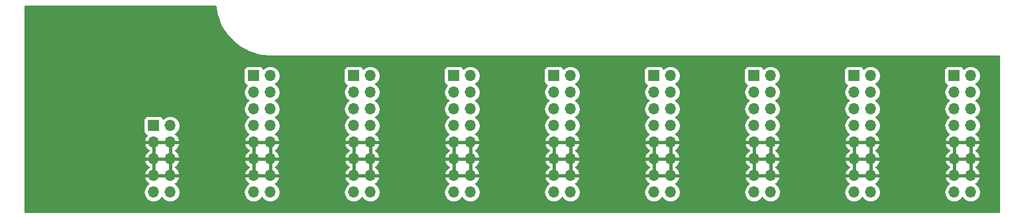
<source format=gbr>
G04 #@! TF.GenerationSoftware,KiCad,Pcbnew,(5.0.0-3-g5ebb6b6)*
G04 #@! TF.CreationDate,2018-12-12T10:22:58+00:00*
G04 #@! TF.ProjectId,PSUExtensionBoard,505355457874656E73696F6E426F6172,rev?*
G04 #@! TF.SameCoordinates,Original*
G04 #@! TF.FileFunction,Copper,L2,Bot,Signal*
G04 #@! TF.FilePolarity,Positive*
%FSLAX46Y46*%
G04 Gerber Fmt 4.6, Leading zero omitted, Abs format (unit mm)*
G04 Created by KiCad (PCBNEW (5.0.0-3-g5ebb6b6)) date Wednesday, 12 December 2018 at 10:22:58*
%MOMM*%
%LPD*%
G01*
G04 APERTURE LIST*
G04 #@! TA.AperFunction,ComponentPad*
%ADD10R,1.700000X1.700000*%
G04 #@! TD*
G04 #@! TA.AperFunction,ComponentPad*
%ADD11O,1.700000X1.700000*%
G04 #@! TD*
G04 #@! TA.AperFunction,ViaPad*
%ADD12C,0.800000*%
G04 #@! TD*
G04 #@! TA.AperFunction,Conductor*
%ADD13C,0.254000*%
G04 #@! TD*
G04 APERTURE END LIST*
D10*
G04 #@! TO.P,J_IN1,1*
G04 #@! TO.N,/12V*
X68580000Y-100330000D03*
D11*
G04 #@! TO.P,J_IN1,2*
X71120000Y-100330000D03*
G04 #@! TO.P,J_IN1,3*
G04 #@! TO.N,GND*
X68580000Y-102870000D03*
G04 #@! TO.P,J_IN1,4*
X71120000Y-102870000D03*
G04 #@! TO.P,J_IN1,5*
X68580000Y-105410000D03*
G04 #@! TO.P,J_IN1,6*
X71120000Y-105410000D03*
G04 #@! TO.P,J_IN1,7*
X68580000Y-107950000D03*
G04 #@! TO.P,J_IN1,8*
X71120000Y-107950000D03*
G04 #@! TO.P,J_IN1,9*
G04 #@! TO.N,/-12V*
X68580000Y-110490000D03*
G04 #@! TO.P,J_IN1,10*
X71120000Y-110490000D03*
G04 #@! TD*
D10*
G04 #@! TO.P,J_OUT1,1*
G04 #@! TO.N,/GATE*
X83820000Y-92710000D03*
D11*
G04 #@! TO.P,J_OUT1,2*
X86360000Y-92710000D03*
G04 #@! TO.P,J_OUT1,3*
G04 #@! TO.N,/CV*
X83820000Y-95250000D03*
G04 #@! TO.P,J_OUT1,4*
X86360000Y-95250000D03*
G04 #@! TO.P,J_OUT1,5*
G04 #@! TO.N,/5V*
X83820000Y-97790000D03*
G04 #@! TO.P,J_OUT1,6*
X86360000Y-97790000D03*
G04 #@! TO.P,J_OUT1,7*
G04 #@! TO.N,/12V*
X83820000Y-100330000D03*
G04 #@! TO.P,J_OUT1,8*
X86360000Y-100330000D03*
G04 #@! TO.P,J_OUT1,9*
G04 #@! TO.N,GND*
X83820000Y-102870000D03*
G04 #@! TO.P,J_OUT1,10*
X86360000Y-102870000D03*
G04 #@! TO.P,J_OUT1,11*
X83820000Y-105410000D03*
G04 #@! TO.P,J_OUT1,12*
X86360000Y-105410000D03*
G04 #@! TO.P,J_OUT1,13*
X83820000Y-107950000D03*
G04 #@! TO.P,J_OUT1,14*
X86360000Y-107950000D03*
G04 #@! TO.P,J_OUT1,15*
G04 #@! TO.N,/-12V*
X83820000Y-110490000D03*
G04 #@! TO.P,J_OUT1,16*
X86360000Y-110490000D03*
G04 #@! TD*
G04 #@! TO.P,J_OUT2,16*
G04 #@! TO.N,/-12V*
X101600000Y-110490000D03*
G04 #@! TO.P,J_OUT2,15*
X99060000Y-110490000D03*
G04 #@! TO.P,J_OUT2,14*
G04 #@! TO.N,GND*
X101600000Y-107950000D03*
G04 #@! TO.P,J_OUT2,13*
X99060000Y-107950000D03*
G04 #@! TO.P,J_OUT2,12*
X101600000Y-105410000D03*
G04 #@! TO.P,J_OUT2,11*
X99060000Y-105410000D03*
G04 #@! TO.P,J_OUT2,10*
X101600000Y-102870000D03*
G04 #@! TO.P,J_OUT2,9*
X99060000Y-102870000D03*
G04 #@! TO.P,J_OUT2,8*
G04 #@! TO.N,/12V*
X101600000Y-100330000D03*
G04 #@! TO.P,J_OUT2,7*
X99060000Y-100330000D03*
G04 #@! TO.P,J_OUT2,6*
G04 #@! TO.N,/5V*
X101600000Y-97790000D03*
G04 #@! TO.P,J_OUT2,5*
X99060000Y-97790000D03*
G04 #@! TO.P,J_OUT2,4*
G04 #@! TO.N,/CV*
X101600000Y-95250000D03*
G04 #@! TO.P,J_OUT2,3*
X99060000Y-95250000D03*
G04 #@! TO.P,J_OUT2,2*
G04 #@! TO.N,/GATE*
X101600000Y-92710000D03*
D10*
G04 #@! TO.P,J_OUT2,1*
X99060000Y-92710000D03*
G04 #@! TD*
G04 #@! TO.P,J_OUT3,1*
G04 #@! TO.N,/GATE*
X114300000Y-92710000D03*
D11*
G04 #@! TO.P,J_OUT3,2*
X116840000Y-92710000D03*
G04 #@! TO.P,J_OUT3,3*
G04 #@! TO.N,/CV*
X114300000Y-95250000D03*
G04 #@! TO.P,J_OUT3,4*
X116840000Y-95250000D03*
G04 #@! TO.P,J_OUT3,5*
G04 #@! TO.N,/5V*
X114300000Y-97790000D03*
G04 #@! TO.P,J_OUT3,6*
X116840000Y-97790000D03*
G04 #@! TO.P,J_OUT3,7*
G04 #@! TO.N,/12V*
X114300000Y-100330000D03*
G04 #@! TO.P,J_OUT3,8*
X116840000Y-100330000D03*
G04 #@! TO.P,J_OUT3,9*
G04 #@! TO.N,GND*
X114300000Y-102870000D03*
G04 #@! TO.P,J_OUT3,10*
X116840000Y-102870000D03*
G04 #@! TO.P,J_OUT3,11*
X114300000Y-105410000D03*
G04 #@! TO.P,J_OUT3,12*
X116840000Y-105410000D03*
G04 #@! TO.P,J_OUT3,13*
X114300000Y-107950000D03*
G04 #@! TO.P,J_OUT3,14*
X116840000Y-107950000D03*
G04 #@! TO.P,J_OUT3,15*
G04 #@! TO.N,/-12V*
X114300000Y-110490000D03*
G04 #@! TO.P,J_OUT3,16*
X116840000Y-110490000D03*
G04 #@! TD*
G04 #@! TO.P,J_OUT4,16*
G04 #@! TO.N,/-12V*
X132080000Y-110490000D03*
G04 #@! TO.P,J_OUT4,15*
X129540000Y-110490000D03*
G04 #@! TO.P,J_OUT4,14*
G04 #@! TO.N,GND*
X132080000Y-107950000D03*
G04 #@! TO.P,J_OUT4,13*
X129540000Y-107950000D03*
G04 #@! TO.P,J_OUT4,12*
X132080000Y-105410000D03*
G04 #@! TO.P,J_OUT4,11*
X129540000Y-105410000D03*
G04 #@! TO.P,J_OUT4,10*
X132080000Y-102870000D03*
G04 #@! TO.P,J_OUT4,9*
X129540000Y-102870000D03*
G04 #@! TO.P,J_OUT4,8*
G04 #@! TO.N,/12V*
X132080000Y-100330000D03*
G04 #@! TO.P,J_OUT4,7*
X129540000Y-100330000D03*
G04 #@! TO.P,J_OUT4,6*
G04 #@! TO.N,/5V*
X132080000Y-97790000D03*
G04 #@! TO.P,J_OUT4,5*
X129540000Y-97790000D03*
G04 #@! TO.P,J_OUT4,4*
G04 #@! TO.N,/CV*
X132080000Y-95250000D03*
G04 #@! TO.P,J_OUT4,3*
X129540000Y-95250000D03*
G04 #@! TO.P,J_OUT4,2*
G04 #@! TO.N,/GATE*
X132080000Y-92710000D03*
D10*
G04 #@! TO.P,J_OUT4,1*
X129540000Y-92710000D03*
G04 #@! TD*
G04 #@! TO.P,J_OUT5,1*
G04 #@! TO.N,/GATE*
X144780000Y-92710000D03*
D11*
G04 #@! TO.P,J_OUT5,2*
X147320000Y-92710000D03*
G04 #@! TO.P,J_OUT5,3*
G04 #@! TO.N,/CV*
X144780000Y-95250000D03*
G04 #@! TO.P,J_OUT5,4*
X147320000Y-95250000D03*
G04 #@! TO.P,J_OUT5,5*
G04 #@! TO.N,/5V*
X144780000Y-97790000D03*
G04 #@! TO.P,J_OUT5,6*
X147320000Y-97790000D03*
G04 #@! TO.P,J_OUT5,7*
G04 #@! TO.N,/12V*
X144780000Y-100330000D03*
G04 #@! TO.P,J_OUT5,8*
X147320000Y-100330000D03*
G04 #@! TO.P,J_OUT5,9*
G04 #@! TO.N,GND*
X144780000Y-102870000D03*
G04 #@! TO.P,J_OUT5,10*
X147320000Y-102870000D03*
G04 #@! TO.P,J_OUT5,11*
X144780000Y-105410000D03*
G04 #@! TO.P,J_OUT5,12*
X147320000Y-105410000D03*
G04 #@! TO.P,J_OUT5,13*
X144780000Y-107950000D03*
G04 #@! TO.P,J_OUT5,14*
X147320000Y-107950000D03*
G04 #@! TO.P,J_OUT5,15*
G04 #@! TO.N,/-12V*
X144780000Y-110490000D03*
G04 #@! TO.P,J_OUT5,16*
X147320000Y-110490000D03*
G04 #@! TD*
G04 #@! TO.P,J_OUT6,16*
G04 #@! TO.N,/-12V*
X162560000Y-110490000D03*
G04 #@! TO.P,J_OUT6,15*
X160020000Y-110490000D03*
G04 #@! TO.P,J_OUT6,14*
G04 #@! TO.N,GND*
X162560000Y-107950000D03*
G04 #@! TO.P,J_OUT6,13*
X160020000Y-107950000D03*
G04 #@! TO.P,J_OUT6,12*
X162560000Y-105410000D03*
G04 #@! TO.P,J_OUT6,11*
X160020000Y-105410000D03*
G04 #@! TO.P,J_OUT6,10*
X162560000Y-102870000D03*
G04 #@! TO.P,J_OUT6,9*
X160020000Y-102870000D03*
G04 #@! TO.P,J_OUT6,8*
G04 #@! TO.N,/12V*
X162560000Y-100330000D03*
G04 #@! TO.P,J_OUT6,7*
X160020000Y-100330000D03*
G04 #@! TO.P,J_OUT6,6*
G04 #@! TO.N,/5V*
X162560000Y-97790000D03*
G04 #@! TO.P,J_OUT6,5*
X160020000Y-97790000D03*
G04 #@! TO.P,J_OUT6,4*
G04 #@! TO.N,/CV*
X162560000Y-95250000D03*
G04 #@! TO.P,J_OUT6,3*
X160020000Y-95250000D03*
G04 #@! TO.P,J_OUT6,2*
G04 #@! TO.N,/GATE*
X162560000Y-92710000D03*
D10*
G04 #@! TO.P,J_OUT6,1*
X160020000Y-92710000D03*
G04 #@! TD*
G04 #@! TO.P,J_OUT7,1*
G04 #@! TO.N,/GATE*
X175260000Y-92710000D03*
D11*
G04 #@! TO.P,J_OUT7,2*
X177800000Y-92710000D03*
G04 #@! TO.P,J_OUT7,3*
G04 #@! TO.N,/CV*
X175260000Y-95250000D03*
G04 #@! TO.P,J_OUT7,4*
X177800000Y-95250000D03*
G04 #@! TO.P,J_OUT7,5*
G04 #@! TO.N,/5V*
X175260000Y-97790000D03*
G04 #@! TO.P,J_OUT7,6*
X177800000Y-97790000D03*
G04 #@! TO.P,J_OUT7,7*
G04 #@! TO.N,/12V*
X175260000Y-100330000D03*
G04 #@! TO.P,J_OUT7,8*
X177800000Y-100330000D03*
G04 #@! TO.P,J_OUT7,9*
G04 #@! TO.N,GND*
X175260000Y-102870000D03*
G04 #@! TO.P,J_OUT7,10*
X177800000Y-102870000D03*
G04 #@! TO.P,J_OUT7,11*
X175260000Y-105410000D03*
G04 #@! TO.P,J_OUT7,12*
X177800000Y-105410000D03*
G04 #@! TO.P,J_OUT7,13*
X175260000Y-107950000D03*
G04 #@! TO.P,J_OUT7,14*
X177800000Y-107950000D03*
G04 #@! TO.P,J_OUT7,15*
G04 #@! TO.N,/-12V*
X175260000Y-110490000D03*
G04 #@! TO.P,J_OUT7,16*
X177800000Y-110490000D03*
G04 #@! TD*
G04 #@! TO.P,J_OUT8,16*
G04 #@! TO.N,/-12V*
X193040000Y-110490000D03*
G04 #@! TO.P,J_OUT8,15*
X190500000Y-110490000D03*
G04 #@! TO.P,J_OUT8,14*
G04 #@! TO.N,GND*
X193040000Y-107950000D03*
G04 #@! TO.P,J_OUT8,13*
X190500000Y-107950000D03*
G04 #@! TO.P,J_OUT8,12*
X193040000Y-105410000D03*
G04 #@! TO.P,J_OUT8,11*
X190500000Y-105410000D03*
G04 #@! TO.P,J_OUT8,10*
X193040000Y-102870000D03*
G04 #@! TO.P,J_OUT8,9*
X190500000Y-102870000D03*
G04 #@! TO.P,J_OUT8,8*
G04 #@! TO.N,/12V*
X193040000Y-100330000D03*
G04 #@! TO.P,J_OUT8,7*
X190500000Y-100330000D03*
G04 #@! TO.P,J_OUT8,6*
G04 #@! TO.N,/5V*
X193040000Y-97790000D03*
G04 #@! TO.P,J_OUT8,5*
X190500000Y-97790000D03*
G04 #@! TO.P,J_OUT8,4*
G04 #@! TO.N,/CV*
X193040000Y-95250000D03*
G04 #@! TO.P,J_OUT8,3*
X190500000Y-95250000D03*
G04 #@! TO.P,J_OUT8,2*
G04 #@! TO.N,/GATE*
X193040000Y-92710000D03*
D10*
G04 #@! TO.P,J_OUT8,1*
X190500000Y-92710000D03*
G04 #@! TD*
D12*
G04 #@! TO.N,GND*
X74295000Y-90170000D03*
X70035000Y-90170000D03*
X50800000Y-96901000D03*
X50800000Y-83883500D03*
X52350000Y-83883500D03*
X53900000Y-83883500D03*
X55450000Y-83883500D03*
X57000000Y-83883500D03*
X58550000Y-83883500D03*
X60100000Y-83883500D03*
X61650000Y-83883500D03*
X63200000Y-83883500D03*
X52350000Y-96901000D03*
X53900000Y-96901000D03*
X55450000Y-96901000D03*
X57000000Y-96901000D03*
X58550000Y-96901000D03*
X60100000Y-96901000D03*
X61650000Y-96901000D03*
X63200000Y-96901000D03*
X50800000Y-85333500D03*
X50800000Y-86783500D03*
X50800000Y-88233500D03*
X50800000Y-89683500D03*
X50800000Y-91133500D03*
X50800000Y-92583500D03*
X50800000Y-94033500D03*
X50800000Y-95483500D03*
X57404000Y-111760000D03*
X57395000Y-101591000D03*
X57404000Y-106680000D03*
X52350000Y-85333500D03*
X52350000Y-86783500D03*
X52350000Y-88233500D03*
X52350000Y-89683500D03*
X52350000Y-91133500D03*
X52350000Y-92583500D03*
X52350000Y-94033500D03*
X52350000Y-95483500D03*
X53900000Y-95483500D03*
X55450000Y-95483500D03*
X57000000Y-95483500D03*
X58550000Y-95483500D03*
X60100000Y-95483500D03*
X61650000Y-95483500D03*
X63200000Y-95483500D03*
G04 #@! TD*
D13*
G04 #@! TO.N,GND*
G36*
X78013262Y-82256567D02*
X78015042Y-82269823D01*
X78015346Y-82283201D01*
X78026615Y-82360446D01*
X78239889Y-83442515D01*
X78244594Y-83459714D01*
X78247568Y-83477297D01*
X78269870Y-83552106D01*
X78637114Y-84592053D01*
X78644251Y-84608389D01*
X78649733Y-84625362D01*
X78682601Y-84696168D01*
X79196121Y-85672208D01*
X79205543Y-85687346D01*
X79213416Y-85703345D01*
X79256160Y-85768665D01*
X79905198Y-86660353D01*
X79916708Y-86673973D01*
X79926808Y-86688669D01*
X79978512Y-86747109D01*
X79978533Y-86747134D01*
X79978540Y-86747141D01*
X80749495Y-87535789D01*
X80762844Y-87547599D01*
X80774965Y-87560689D01*
X80834543Y-87611034D01*
X80834589Y-87611075D01*
X80834605Y-87611086D01*
X81711323Y-88280176D01*
X81726246Y-88289942D01*
X81740121Y-88301137D01*
X81806363Y-88342369D01*
X81806394Y-88342389D01*
X81806405Y-88342394D01*
X82770533Y-88877919D01*
X82786704Y-88885425D01*
X82802055Y-88894504D01*
X82873568Y-88925747D01*
X82873589Y-88925757D01*
X82873597Y-88925759D01*
X83904937Y-89316499D01*
X83922023Y-89321593D01*
X83938523Y-89328360D01*
X84013789Y-89348950D01*
X84013819Y-89348959D01*
X84013829Y-89348961D01*
X85090769Y-89586727D01*
X85108408Y-89589300D01*
X85125717Y-89593616D01*
X85203192Y-89603128D01*
X85203197Y-89603129D01*
X85203198Y-89603129D01*
X86254620Y-89679418D01*
X86282684Y-89685000D01*
X197335000Y-89685000D01*
X197335001Y-113515000D01*
X49045000Y-113515000D01*
X49045000Y-110490000D01*
X67065908Y-110490000D01*
X67181161Y-111069418D01*
X67509375Y-111560625D01*
X68000582Y-111888839D01*
X68433744Y-111975000D01*
X68726256Y-111975000D01*
X69159418Y-111888839D01*
X69650625Y-111560625D01*
X69850000Y-111262239D01*
X70049375Y-111560625D01*
X70540582Y-111888839D01*
X70973744Y-111975000D01*
X71266256Y-111975000D01*
X71699418Y-111888839D01*
X72190625Y-111560625D01*
X72518839Y-111069418D01*
X72634092Y-110490000D01*
X82305908Y-110490000D01*
X82421161Y-111069418D01*
X82749375Y-111560625D01*
X83240582Y-111888839D01*
X83673744Y-111975000D01*
X83966256Y-111975000D01*
X84399418Y-111888839D01*
X84890625Y-111560625D01*
X85090000Y-111262239D01*
X85289375Y-111560625D01*
X85780582Y-111888839D01*
X86213744Y-111975000D01*
X86506256Y-111975000D01*
X86939418Y-111888839D01*
X87430625Y-111560625D01*
X87758839Y-111069418D01*
X87874092Y-110490000D01*
X97545908Y-110490000D01*
X97661161Y-111069418D01*
X97989375Y-111560625D01*
X98480582Y-111888839D01*
X98913744Y-111975000D01*
X99206256Y-111975000D01*
X99639418Y-111888839D01*
X100130625Y-111560625D01*
X100330000Y-111262239D01*
X100529375Y-111560625D01*
X101020582Y-111888839D01*
X101453744Y-111975000D01*
X101746256Y-111975000D01*
X102179418Y-111888839D01*
X102670625Y-111560625D01*
X102998839Y-111069418D01*
X103114092Y-110490000D01*
X112785908Y-110490000D01*
X112901161Y-111069418D01*
X113229375Y-111560625D01*
X113720582Y-111888839D01*
X114153744Y-111975000D01*
X114446256Y-111975000D01*
X114879418Y-111888839D01*
X115370625Y-111560625D01*
X115570000Y-111262239D01*
X115769375Y-111560625D01*
X116260582Y-111888839D01*
X116693744Y-111975000D01*
X116986256Y-111975000D01*
X117419418Y-111888839D01*
X117910625Y-111560625D01*
X118238839Y-111069418D01*
X118354092Y-110490000D01*
X128025908Y-110490000D01*
X128141161Y-111069418D01*
X128469375Y-111560625D01*
X128960582Y-111888839D01*
X129393744Y-111975000D01*
X129686256Y-111975000D01*
X130119418Y-111888839D01*
X130610625Y-111560625D01*
X130810000Y-111262239D01*
X131009375Y-111560625D01*
X131500582Y-111888839D01*
X131933744Y-111975000D01*
X132226256Y-111975000D01*
X132659418Y-111888839D01*
X133150625Y-111560625D01*
X133478839Y-111069418D01*
X133594092Y-110490000D01*
X143265908Y-110490000D01*
X143381161Y-111069418D01*
X143709375Y-111560625D01*
X144200582Y-111888839D01*
X144633744Y-111975000D01*
X144926256Y-111975000D01*
X145359418Y-111888839D01*
X145850625Y-111560625D01*
X146050000Y-111262239D01*
X146249375Y-111560625D01*
X146740582Y-111888839D01*
X147173744Y-111975000D01*
X147466256Y-111975000D01*
X147899418Y-111888839D01*
X148390625Y-111560625D01*
X148718839Y-111069418D01*
X148834092Y-110490000D01*
X158505908Y-110490000D01*
X158621161Y-111069418D01*
X158949375Y-111560625D01*
X159440582Y-111888839D01*
X159873744Y-111975000D01*
X160166256Y-111975000D01*
X160599418Y-111888839D01*
X161090625Y-111560625D01*
X161290000Y-111262239D01*
X161489375Y-111560625D01*
X161980582Y-111888839D01*
X162413744Y-111975000D01*
X162706256Y-111975000D01*
X163139418Y-111888839D01*
X163630625Y-111560625D01*
X163958839Y-111069418D01*
X164074092Y-110490000D01*
X173745908Y-110490000D01*
X173861161Y-111069418D01*
X174189375Y-111560625D01*
X174680582Y-111888839D01*
X175113744Y-111975000D01*
X175406256Y-111975000D01*
X175839418Y-111888839D01*
X176330625Y-111560625D01*
X176530000Y-111262239D01*
X176729375Y-111560625D01*
X177220582Y-111888839D01*
X177653744Y-111975000D01*
X177946256Y-111975000D01*
X178379418Y-111888839D01*
X178870625Y-111560625D01*
X179198839Y-111069418D01*
X179314092Y-110490000D01*
X188985908Y-110490000D01*
X189101161Y-111069418D01*
X189429375Y-111560625D01*
X189920582Y-111888839D01*
X190353744Y-111975000D01*
X190646256Y-111975000D01*
X191079418Y-111888839D01*
X191570625Y-111560625D01*
X191770000Y-111262239D01*
X191969375Y-111560625D01*
X192460582Y-111888839D01*
X192893744Y-111975000D01*
X193186256Y-111975000D01*
X193619418Y-111888839D01*
X194110625Y-111560625D01*
X194438839Y-111069418D01*
X194554092Y-110490000D01*
X194438839Y-109910582D01*
X194110625Y-109419375D01*
X193791522Y-109206157D01*
X193921358Y-109145183D01*
X194311645Y-108716924D01*
X194481476Y-108306890D01*
X194360155Y-108077000D01*
X193167000Y-108077000D01*
X193167000Y-108097000D01*
X192913000Y-108097000D01*
X192913000Y-108077000D01*
X190627000Y-108077000D01*
X190627000Y-108097000D01*
X190373000Y-108097000D01*
X190373000Y-108077000D01*
X189179845Y-108077000D01*
X189058524Y-108306890D01*
X189228355Y-108716924D01*
X189618642Y-109145183D01*
X189748478Y-109206157D01*
X189429375Y-109419375D01*
X189101161Y-109910582D01*
X188985908Y-110490000D01*
X179314092Y-110490000D01*
X179198839Y-109910582D01*
X178870625Y-109419375D01*
X178551522Y-109206157D01*
X178681358Y-109145183D01*
X179071645Y-108716924D01*
X179241476Y-108306890D01*
X179120155Y-108077000D01*
X177927000Y-108077000D01*
X177927000Y-108097000D01*
X177673000Y-108097000D01*
X177673000Y-108077000D01*
X175387000Y-108077000D01*
X175387000Y-108097000D01*
X175133000Y-108097000D01*
X175133000Y-108077000D01*
X173939845Y-108077000D01*
X173818524Y-108306890D01*
X173988355Y-108716924D01*
X174378642Y-109145183D01*
X174508478Y-109206157D01*
X174189375Y-109419375D01*
X173861161Y-109910582D01*
X173745908Y-110490000D01*
X164074092Y-110490000D01*
X163958839Y-109910582D01*
X163630625Y-109419375D01*
X163311522Y-109206157D01*
X163441358Y-109145183D01*
X163831645Y-108716924D01*
X164001476Y-108306890D01*
X163880155Y-108077000D01*
X162687000Y-108077000D01*
X162687000Y-108097000D01*
X162433000Y-108097000D01*
X162433000Y-108077000D01*
X160147000Y-108077000D01*
X160147000Y-108097000D01*
X159893000Y-108097000D01*
X159893000Y-108077000D01*
X158699845Y-108077000D01*
X158578524Y-108306890D01*
X158748355Y-108716924D01*
X159138642Y-109145183D01*
X159268478Y-109206157D01*
X158949375Y-109419375D01*
X158621161Y-109910582D01*
X158505908Y-110490000D01*
X148834092Y-110490000D01*
X148718839Y-109910582D01*
X148390625Y-109419375D01*
X148071522Y-109206157D01*
X148201358Y-109145183D01*
X148591645Y-108716924D01*
X148761476Y-108306890D01*
X148640155Y-108077000D01*
X147447000Y-108077000D01*
X147447000Y-108097000D01*
X147193000Y-108097000D01*
X147193000Y-108077000D01*
X144907000Y-108077000D01*
X144907000Y-108097000D01*
X144653000Y-108097000D01*
X144653000Y-108077000D01*
X143459845Y-108077000D01*
X143338524Y-108306890D01*
X143508355Y-108716924D01*
X143898642Y-109145183D01*
X144028478Y-109206157D01*
X143709375Y-109419375D01*
X143381161Y-109910582D01*
X143265908Y-110490000D01*
X133594092Y-110490000D01*
X133478839Y-109910582D01*
X133150625Y-109419375D01*
X132831522Y-109206157D01*
X132961358Y-109145183D01*
X133351645Y-108716924D01*
X133521476Y-108306890D01*
X133400155Y-108077000D01*
X132207000Y-108077000D01*
X132207000Y-108097000D01*
X131953000Y-108097000D01*
X131953000Y-108077000D01*
X129667000Y-108077000D01*
X129667000Y-108097000D01*
X129413000Y-108097000D01*
X129413000Y-108077000D01*
X128219845Y-108077000D01*
X128098524Y-108306890D01*
X128268355Y-108716924D01*
X128658642Y-109145183D01*
X128788478Y-109206157D01*
X128469375Y-109419375D01*
X128141161Y-109910582D01*
X128025908Y-110490000D01*
X118354092Y-110490000D01*
X118238839Y-109910582D01*
X117910625Y-109419375D01*
X117591522Y-109206157D01*
X117721358Y-109145183D01*
X118111645Y-108716924D01*
X118281476Y-108306890D01*
X118160155Y-108077000D01*
X116967000Y-108077000D01*
X116967000Y-108097000D01*
X116713000Y-108097000D01*
X116713000Y-108077000D01*
X114427000Y-108077000D01*
X114427000Y-108097000D01*
X114173000Y-108097000D01*
X114173000Y-108077000D01*
X112979845Y-108077000D01*
X112858524Y-108306890D01*
X113028355Y-108716924D01*
X113418642Y-109145183D01*
X113548478Y-109206157D01*
X113229375Y-109419375D01*
X112901161Y-109910582D01*
X112785908Y-110490000D01*
X103114092Y-110490000D01*
X102998839Y-109910582D01*
X102670625Y-109419375D01*
X102351522Y-109206157D01*
X102481358Y-109145183D01*
X102871645Y-108716924D01*
X103041476Y-108306890D01*
X102920155Y-108077000D01*
X101727000Y-108077000D01*
X101727000Y-108097000D01*
X101473000Y-108097000D01*
X101473000Y-108077000D01*
X99187000Y-108077000D01*
X99187000Y-108097000D01*
X98933000Y-108097000D01*
X98933000Y-108077000D01*
X97739845Y-108077000D01*
X97618524Y-108306890D01*
X97788355Y-108716924D01*
X98178642Y-109145183D01*
X98308478Y-109206157D01*
X97989375Y-109419375D01*
X97661161Y-109910582D01*
X97545908Y-110490000D01*
X87874092Y-110490000D01*
X87758839Y-109910582D01*
X87430625Y-109419375D01*
X87111522Y-109206157D01*
X87241358Y-109145183D01*
X87631645Y-108716924D01*
X87801476Y-108306890D01*
X87680155Y-108077000D01*
X86487000Y-108077000D01*
X86487000Y-108097000D01*
X86233000Y-108097000D01*
X86233000Y-108077000D01*
X83947000Y-108077000D01*
X83947000Y-108097000D01*
X83693000Y-108097000D01*
X83693000Y-108077000D01*
X82499845Y-108077000D01*
X82378524Y-108306890D01*
X82548355Y-108716924D01*
X82938642Y-109145183D01*
X83068478Y-109206157D01*
X82749375Y-109419375D01*
X82421161Y-109910582D01*
X82305908Y-110490000D01*
X72634092Y-110490000D01*
X72518839Y-109910582D01*
X72190625Y-109419375D01*
X71871522Y-109206157D01*
X72001358Y-109145183D01*
X72391645Y-108716924D01*
X72561476Y-108306890D01*
X72440155Y-108077000D01*
X71247000Y-108077000D01*
X71247000Y-108097000D01*
X70993000Y-108097000D01*
X70993000Y-108077000D01*
X68707000Y-108077000D01*
X68707000Y-108097000D01*
X68453000Y-108097000D01*
X68453000Y-108077000D01*
X67259845Y-108077000D01*
X67138524Y-108306890D01*
X67308355Y-108716924D01*
X67698642Y-109145183D01*
X67828478Y-109206157D01*
X67509375Y-109419375D01*
X67181161Y-109910582D01*
X67065908Y-110490000D01*
X49045000Y-110490000D01*
X49045000Y-105766890D01*
X67138524Y-105766890D01*
X67308355Y-106176924D01*
X67698642Y-106605183D01*
X67857954Y-106680000D01*
X67698642Y-106754817D01*
X67308355Y-107183076D01*
X67138524Y-107593110D01*
X67259845Y-107823000D01*
X68453000Y-107823000D01*
X68453000Y-105537000D01*
X68707000Y-105537000D01*
X68707000Y-107823000D01*
X70993000Y-107823000D01*
X70993000Y-105537000D01*
X71247000Y-105537000D01*
X71247000Y-107823000D01*
X72440155Y-107823000D01*
X72561476Y-107593110D01*
X72391645Y-107183076D01*
X72001358Y-106754817D01*
X71842046Y-106680000D01*
X72001358Y-106605183D01*
X72391645Y-106176924D01*
X72561476Y-105766890D01*
X82378524Y-105766890D01*
X82548355Y-106176924D01*
X82938642Y-106605183D01*
X83097954Y-106680000D01*
X82938642Y-106754817D01*
X82548355Y-107183076D01*
X82378524Y-107593110D01*
X82499845Y-107823000D01*
X83693000Y-107823000D01*
X83693000Y-105537000D01*
X83947000Y-105537000D01*
X83947000Y-107823000D01*
X86233000Y-107823000D01*
X86233000Y-105537000D01*
X86487000Y-105537000D01*
X86487000Y-107823000D01*
X87680155Y-107823000D01*
X87801476Y-107593110D01*
X87631645Y-107183076D01*
X87241358Y-106754817D01*
X87082046Y-106680000D01*
X87241358Y-106605183D01*
X87631645Y-106176924D01*
X87801476Y-105766890D01*
X97618524Y-105766890D01*
X97788355Y-106176924D01*
X98178642Y-106605183D01*
X98337954Y-106680000D01*
X98178642Y-106754817D01*
X97788355Y-107183076D01*
X97618524Y-107593110D01*
X97739845Y-107823000D01*
X98933000Y-107823000D01*
X98933000Y-105537000D01*
X99187000Y-105537000D01*
X99187000Y-107823000D01*
X101473000Y-107823000D01*
X101473000Y-105537000D01*
X101727000Y-105537000D01*
X101727000Y-107823000D01*
X102920155Y-107823000D01*
X103041476Y-107593110D01*
X102871645Y-107183076D01*
X102481358Y-106754817D01*
X102322046Y-106680000D01*
X102481358Y-106605183D01*
X102871645Y-106176924D01*
X103041476Y-105766890D01*
X112858524Y-105766890D01*
X113028355Y-106176924D01*
X113418642Y-106605183D01*
X113577954Y-106680000D01*
X113418642Y-106754817D01*
X113028355Y-107183076D01*
X112858524Y-107593110D01*
X112979845Y-107823000D01*
X114173000Y-107823000D01*
X114173000Y-105537000D01*
X114427000Y-105537000D01*
X114427000Y-107823000D01*
X116713000Y-107823000D01*
X116713000Y-105537000D01*
X116967000Y-105537000D01*
X116967000Y-107823000D01*
X118160155Y-107823000D01*
X118281476Y-107593110D01*
X118111645Y-107183076D01*
X117721358Y-106754817D01*
X117562046Y-106680000D01*
X117721358Y-106605183D01*
X118111645Y-106176924D01*
X118281476Y-105766890D01*
X128098524Y-105766890D01*
X128268355Y-106176924D01*
X128658642Y-106605183D01*
X128817954Y-106680000D01*
X128658642Y-106754817D01*
X128268355Y-107183076D01*
X128098524Y-107593110D01*
X128219845Y-107823000D01*
X129413000Y-107823000D01*
X129413000Y-105537000D01*
X129667000Y-105537000D01*
X129667000Y-107823000D01*
X131953000Y-107823000D01*
X131953000Y-105537000D01*
X132207000Y-105537000D01*
X132207000Y-107823000D01*
X133400155Y-107823000D01*
X133521476Y-107593110D01*
X133351645Y-107183076D01*
X132961358Y-106754817D01*
X132802046Y-106680000D01*
X132961358Y-106605183D01*
X133351645Y-106176924D01*
X133521476Y-105766890D01*
X143338524Y-105766890D01*
X143508355Y-106176924D01*
X143898642Y-106605183D01*
X144057954Y-106680000D01*
X143898642Y-106754817D01*
X143508355Y-107183076D01*
X143338524Y-107593110D01*
X143459845Y-107823000D01*
X144653000Y-107823000D01*
X144653000Y-105537000D01*
X144907000Y-105537000D01*
X144907000Y-107823000D01*
X147193000Y-107823000D01*
X147193000Y-105537000D01*
X147447000Y-105537000D01*
X147447000Y-107823000D01*
X148640155Y-107823000D01*
X148761476Y-107593110D01*
X148591645Y-107183076D01*
X148201358Y-106754817D01*
X148042046Y-106680000D01*
X148201358Y-106605183D01*
X148591645Y-106176924D01*
X148761476Y-105766890D01*
X158578524Y-105766890D01*
X158748355Y-106176924D01*
X159138642Y-106605183D01*
X159297954Y-106680000D01*
X159138642Y-106754817D01*
X158748355Y-107183076D01*
X158578524Y-107593110D01*
X158699845Y-107823000D01*
X159893000Y-107823000D01*
X159893000Y-105537000D01*
X160147000Y-105537000D01*
X160147000Y-107823000D01*
X162433000Y-107823000D01*
X162433000Y-105537000D01*
X162687000Y-105537000D01*
X162687000Y-107823000D01*
X163880155Y-107823000D01*
X164001476Y-107593110D01*
X163831645Y-107183076D01*
X163441358Y-106754817D01*
X163282046Y-106680000D01*
X163441358Y-106605183D01*
X163831645Y-106176924D01*
X164001476Y-105766890D01*
X173818524Y-105766890D01*
X173988355Y-106176924D01*
X174378642Y-106605183D01*
X174537954Y-106680000D01*
X174378642Y-106754817D01*
X173988355Y-107183076D01*
X173818524Y-107593110D01*
X173939845Y-107823000D01*
X175133000Y-107823000D01*
X175133000Y-105537000D01*
X175387000Y-105537000D01*
X175387000Y-107823000D01*
X177673000Y-107823000D01*
X177673000Y-105537000D01*
X177927000Y-105537000D01*
X177927000Y-107823000D01*
X179120155Y-107823000D01*
X179241476Y-107593110D01*
X179071645Y-107183076D01*
X178681358Y-106754817D01*
X178522046Y-106680000D01*
X178681358Y-106605183D01*
X179071645Y-106176924D01*
X179241476Y-105766890D01*
X189058524Y-105766890D01*
X189228355Y-106176924D01*
X189618642Y-106605183D01*
X189777954Y-106680000D01*
X189618642Y-106754817D01*
X189228355Y-107183076D01*
X189058524Y-107593110D01*
X189179845Y-107823000D01*
X190373000Y-107823000D01*
X190373000Y-105537000D01*
X190627000Y-105537000D01*
X190627000Y-107823000D01*
X192913000Y-107823000D01*
X192913000Y-105537000D01*
X193167000Y-105537000D01*
X193167000Y-107823000D01*
X194360155Y-107823000D01*
X194481476Y-107593110D01*
X194311645Y-107183076D01*
X193921358Y-106754817D01*
X193762046Y-106680000D01*
X193921358Y-106605183D01*
X194311645Y-106176924D01*
X194481476Y-105766890D01*
X194360155Y-105537000D01*
X193167000Y-105537000D01*
X192913000Y-105537000D01*
X190627000Y-105537000D01*
X190373000Y-105537000D01*
X189179845Y-105537000D01*
X189058524Y-105766890D01*
X179241476Y-105766890D01*
X179120155Y-105537000D01*
X177927000Y-105537000D01*
X177673000Y-105537000D01*
X175387000Y-105537000D01*
X175133000Y-105537000D01*
X173939845Y-105537000D01*
X173818524Y-105766890D01*
X164001476Y-105766890D01*
X163880155Y-105537000D01*
X162687000Y-105537000D01*
X162433000Y-105537000D01*
X160147000Y-105537000D01*
X159893000Y-105537000D01*
X158699845Y-105537000D01*
X158578524Y-105766890D01*
X148761476Y-105766890D01*
X148640155Y-105537000D01*
X147447000Y-105537000D01*
X147193000Y-105537000D01*
X144907000Y-105537000D01*
X144653000Y-105537000D01*
X143459845Y-105537000D01*
X143338524Y-105766890D01*
X133521476Y-105766890D01*
X133400155Y-105537000D01*
X132207000Y-105537000D01*
X131953000Y-105537000D01*
X129667000Y-105537000D01*
X129413000Y-105537000D01*
X128219845Y-105537000D01*
X128098524Y-105766890D01*
X118281476Y-105766890D01*
X118160155Y-105537000D01*
X116967000Y-105537000D01*
X116713000Y-105537000D01*
X114427000Y-105537000D01*
X114173000Y-105537000D01*
X112979845Y-105537000D01*
X112858524Y-105766890D01*
X103041476Y-105766890D01*
X102920155Y-105537000D01*
X101727000Y-105537000D01*
X101473000Y-105537000D01*
X99187000Y-105537000D01*
X98933000Y-105537000D01*
X97739845Y-105537000D01*
X97618524Y-105766890D01*
X87801476Y-105766890D01*
X87680155Y-105537000D01*
X86487000Y-105537000D01*
X86233000Y-105537000D01*
X83947000Y-105537000D01*
X83693000Y-105537000D01*
X82499845Y-105537000D01*
X82378524Y-105766890D01*
X72561476Y-105766890D01*
X72440155Y-105537000D01*
X71247000Y-105537000D01*
X70993000Y-105537000D01*
X68707000Y-105537000D01*
X68453000Y-105537000D01*
X67259845Y-105537000D01*
X67138524Y-105766890D01*
X49045000Y-105766890D01*
X49045000Y-103226890D01*
X67138524Y-103226890D01*
X67308355Y-103636924D01*
X67698642Y-104065183D01*
X67857954Y-104140000D01*
X67698642Y-104214817D01*
X67308355Y-104643076D01*
X67138524Y-105053110D01*
X67259845Y-105283000D01*
X68453000Y-105283000D01*
X68453000Y-102997000D01*
X68707000Y-102997000D01*
X68707000Y-105283000D01*
X70993000Y-105283000D01*
X70993000Y-102997000D01*
X71247000Y-102997000D01*
X71247000Y-105283000D01*
X72440155Y-105283000D01*
X72561476Y-105053110D01*
X72391645Y-104643076D01*
X72001358Y-104214817D01*
X71842046Y-104140000D01*
X72001358Y-104065183D01*
X72391645Y-103636924D01*
X72561476Y-103226890D01*
X82378524Y-103226890D01*
X82548355Y-103636924D01*
X82938642Y-104065183D01*
X83097954Y-104140000D01*
X82938642Y-104214817D01*
X82548355Y-104643076D01*
X82378524Y-105053110D01*
X82499845Y-105283000D01*
X83693000Y-105283000D01*
X83693000Y-102997000D01*
X83947000Y-102997000D01*
X83947000Y-105283000D01*
X86233000Y-105283000D01*
X86233000Y-102997000D01*
X86487000Y-102997000D01*
X86487000Y-105283000D01*
X87680155Y-105283000D01*
X87801476Y-105053110D01*
X87631645Y-104643076D01*
X87241358Y-104214817D01*
X87082046Y-104140000D01*
X87241358Y-104065183D01*
X87631645Y-103636924D01*
X87801476Y-103226890D01*
X97618524Y-103226890D01*
X97788355Y-103636924D01*
X98178642Y-104065183D01*
X98337954Y-104140000D01*
X98178642Y-104214817D01*
X97788355Y-104643076D01*
X97618524Y-105053110D01*
X97739845Y-105283000D01*
X98933000Y-105283000D01*
X98933000Y-102997000D01*
X99187000Y-102997000D01*
X99187000Y-105283000D01*
X101473000Y-105283000D01*
X101473000Y-102997000D01*
X101727000Y-102997000D01*
X101727000Y-105283000D01*
X102920155Y-105283000D01*
X103041476Y-105053110D01*
X102871645Y-104643076D01*
X102481358Y-104214817D01*
X102322046Y-104140000D01*
X102481358Y-104065183D01*
X102871645Y-103636924D01*
X103041476Y-103226890D01*
X112858524Y-103226890D01*
X113028355Y-103636924D01*
X113418642Y-104065183D01*
X113577954Y-104140000D01*
X113418642Y-104214817D01*
X113028355Y-104643076D01*
X112858524Y-105053110D01*
X112979845Y-105283000D01*
X114173000Y-105283000D01*
X114173000Y-102997000D01*
X114427000Y-102997000D01*
X114427000Y-105283000D01*
X116713000Y-105283000D01*
X116713000Y-102997000D01*
X116967000Y-102997000D01*
X116967000Y-105283000D01*
X118160155Y-105283000D01*
X118281476Y-105053110D01*
X118111645Y-104643076D01*
X117721358Y-104214817D01*
X117562046Y-104140000D01*
X117721358Y-104065183D01*
X118111645Y-103636924D01*
X118281476Y-103226890D01*
X128098524Y-103226890D01*
X128268355Y-103636924D01*
X128658642Y-104065183D01*
X128817954Y-104140000D01*
X128658642Y-104214817D01*
X128268355Y-104643076D01*
X128098524Y-105053110D01*
X128219845Y-105283000D01*
X129413000Y-105283000D01*
X129413000Y-102997000D01*
X129667000Y-102997000D01*
X129667000Y-105283000D01*
X131953000Y-105283000D01*
X131953000Y-102997000D01*
X132207000Y-102997000D01*
X132207000Y-105283000D01*
X133400155Y-105283000D01*
X133521476Y-105053110D01*
X133351645Y-104643076D01*
X132961358Y-104214817D01*
X132802046Y-104140000D01*
X132961358Y-104065183D01*
X133351645Y-103636924D01*
X133521476Y-103226890D01*
X143338524Y-103226890D01*
X143508355Y-103636924D01*
X143898642Y-104065183D01*
X144057954Y-104140000D01*
X143898642Y-104214817D01*
X143508355Y-104643076D01*
X143338524Y-105053110D01*
X143459845Y-105283000D01*
X144653000Y-105283000D01*
X144653000Y-102997000D01*
X144907000Y-102997000D01*
X144907000Y-105283000D01*
X147193000Y-105283000D01*
X147193000Y-102997000D01*
X147447000Y-102997000D01*
X147447000Y-105283000D01*
X148640155Y-105283000D01*
X148761476Y-105053110D01*
X148591645Y-104643076D01*
X148201358Y-104214817D01*
X148042046Y-104140000D01*
X148201358Y-104065183D01*
X148591645Y-103636924D01*
X148761476Y-103226890D01*
X158578524Y-103226890D01*
X158748355Y-103636924D01*
X159138642Y-104065183D01*
X159297954Y-104140000D01*
X159138642Y-104214817D01*
X158748355Y-104643076D01*
X158578524Y-105053110D01*
X158699845Y-105283000D01*
X159893000Y-105283000D01*
X159893000Y-102997000D01*
X160147000Y-102997000D01*
X160147000Y-105283000D01*
X162433000Y-105283000D01*
X162433000Y-102997000D01*
X162687000Y-102997000D01*
X162687000Y-105283000D01*
X163880155Y-105283000D01*
X164001476Y-105053110D01*
X163831645Y-104643076D01*
X163441358Y-104214817D01*
X163282046Y-104140000D01*
X163441358Y-104065183D01*
X163831645Y-103636924D01*
X164001476Y-103226890D01*
X173818524Y-103226890D01*
X173988355Y-103636924D01*
X174378642Y-104065183D01*
X174537954Y-104140000D01*
X174378642Y-104214817D01*
X173988355Y-104643076D01*
X173818524Y-105053110D01*
X173939845Y-105283000D01*
X175133000Y-105283000D01*
X175133000Y-102997000D01*
X175387000Y-102997000D01*
X175387000Y-105283000D01*
X177673000Y-105283000D01*
X177673000Y-102997000D01*
X177927000Y-102997000D01*
X177927000Y-105283000D01*
X179120155Y-105283000D01*
X179241476Y-105053110D01*
X179071645Y-104643076D01*
X178681358Y-104214817D01*
X178522046Y-104140000D01*
X178681358Y-104065183D01*
X179071645Y-103636924D01*
X179241476Y-103226890D01*
X189058524Y-103226890D01*
X189228355Y-103636924D01*
X189618642Y-104065183D01*
X189777954Y-104140000D01*
X189618642Y-104214817D01*
X189228355Y-104643076D01*
X189058524Y-105053110D01*
X189179845Y-105283000D01*
X190373000Y-105283000D01*
X190373000Y-102997000D01*
X190627000Y-102997000D01*
X190627000Y-105283000D01*
X192913000Y-105283000D01*
X192913000Y-102997000D01*
X193167000Y-102997000D01*
X193167000Y-105283000D01*
X194360155Y-105283000D01*
X194481476Y-105053110D01*
X194311645Y-104643076D01*
X193921358Y-104214817D01*
X193762046Y-104140000D01*
X193921358Y-104065183D01*
X194311645Y-103636924D01*
X194481476Y-103226890D01*
X194360155Y-102997000D01*
X193167000Y-102997000D01*
X192913000Y-102997000D01*
X190627000Y-102997000D01*
X190373000Y-102997000D01*
X189179845Y-102997000D01*
X189058524Y-103226890D01*
X179241476Y-103226890D01*
X179120155Y-102997000D01*
X177927000Y-102997000D01*
X177673000Y-102997000D01*
X175387000Y-102997000D01*
X175133000Y-102997000D01*
X173939845Y-102997000D01*
X173818524Y-103226890D01*
X164001476Y-103226890D01*
X163880155Y-102997000D01*
X162687000Y-102997000D01*
X162433000Y-102997000D01*
X160147000Y-102997000D01*
X159893000Y-102997000D01*
X158699845Y-102997000D01*
X158578524Y-103226890D01*
X148761476Y-103226890D01*
X148640155Y-102997000D01*
X147447000Y-102997000D01*
X147193000Y-102997000D01*
X144907000Y-102997000D01*
X144653000Y-102997000D01*
X143459845Y-102997000D01*
X143338524Y-103226890D01*
X133521476Y-103226890D01*
X133400155Y-102997000D01*
X132207000Y-102997000D01*
X131953000Y-102997000D01*
X129667000Y-102997000D01*
X129413000Y-102997000D01*
X128219845Y-102997000D01*
X128098524Y-103226890D01*
X118281476Y-103226890D01*
X118160155Y-102997000D01*
X116967000Y-102997000D01*
X116713000Y-102997000D01*
X114427000Y-102997000D01*
X114173000Y-102997000D01*
X112979845Y-102997000D01*
X112858524Y-103226890D01*
X103041476Y-103226890D01*
X102920155Y-102997000D01*
X101727000Y-102997000D01*
X101473000Y-102997000D01*
X99187000Y-102997000D01*
X98933000Y-102997000D01*
X97739845Y-102997000D01*
X97618524Y-103226890D01*
X87801476Y-103226890D01*
X87680155Y-102997000D01*
X86487000Y-102997000D01*
X86233000Y-102997000D01*
X83947000Y-102997000D01*
X83693000Y-102997000D01*
X82499845Y-102997000D01*
X82378524Y-103226890D01*
X72561476Y-103226890D01*
X72440155Y-102997000D01*
X71247000Y-102997000D01*
X70993000Y-102997000D01*
X68707000Y-102997000D01*
X68453000Y-102997000D01*
X67259845Y-102997000D01*
X67138524Y-103226890D01*
X49045000Y-103226890D01*
X49045000Y-99480000D01*
X67082560Y-99480000D01*
X67082560Y-101180000D01*
X67131843Y-101427765D01*
X67272191Y-101637809D01*
X67482235Y-101778157D01*
X67585708Y-101798739D01*
X67308355Y-102103076D01*
X67138524Y-102513110D01*
X67259845Y-102743000D01*
X68453000Y-102743000D01*
X68453000Y-102723000D01*
X68707000Y-102723000D01*
X68707000Y-102743000D01*
X70993000Y-102743000D01*
X70993000Y-102723000D01*
X71247000Y-102723000D01*
X71247000Y-102743000D01*
X72440155Y-102743000D01*
X72561476Y-102513110D01*
X72391645Y-102103076D01*
X72001358Y-101674817D01*
X71871522Y-101613843D01*
X72190625Y-101400625D01*
X72518839Y-100909418D01*
X72634092Y-100330000D01*
X72518839Y-99750582D01*
X72190625Y-99259375D01*
X71699418Y-98931161D01*
X71266256Y-98845000D01*
X70973744Y-98845000D01*
X70540582Y-98931161D01*
X70049375Y-99259375D01*
X70037184Y-99277619D01*
X70028157Y-99232235D01*
X69887809Y-99022191D01*
X69677765Y-98881843D01*
X69430000Y-98832560D01*
X67730000Y-98832560D01*
X67482235Y-98881843D01*
X67272191Y-99022191D01*
X67131843Y-99232235D01*
X67082560Y-99480000D01*
X49045000Y-99480000D01*
X49045000Y-95250000D01*
X82305908Y-95250000D01*
X82421161Y-95829418D01*
X82749375Y-96320625D01*
X83047761Y-96520000D01*
X82749375Y-96719375D01*
X82421161Y-97210582D01*
X82305908Y-97790000D01*
X82421161Y-98369418D01*
X82749375Y-98860625D01*
X83047761Y-99060000D01*
X82749375Y-99259375D01*
X82421161Y-99750582D01*
X82305908Y-100330000D01*
X82421161Y-100909418D01*
X82749375Y-101400625D01*
X83068478Y-101613843D01*
X82938642Y-101674817D01*
X82548355Y-102103076D01*
X82378524Y-102513110D01*
X82499845Y-102743000D01*
X83693000Y-102743000D01*
X83693000Y-102723000D01*
X83947000Y-102723000D01*
X83947000Y-102743000D01*
X86233000Y-102743000D01*
X86233000Y-102723000D01*
X86487000Y-102723000D01*
X86487000Y-102743000D01*
X87680155Y-102743000D01*
X87801476Y-102513110D01*
X87631645Y-102103076D01*
X87241358Y-101674817D01*
X87111522Y-101613843D01*
X87430625Y-101400625D01*
X87758839Y-100909418D01*
X87874092Y-100330000D01*
X87758839Y-99750582D01*
X87430625Y-99259375D01*
X87132239Y-99060000D01*
X87430625Y-98860625D01*
X87758839Y-98369418D01*
X87874092Y-97790000D01*
X87758839Y-97210582D01*
X87430625Y-96719375D01*
X87132239Y-96520000D01*
X87430625Y-96320625D01*
X87758839Y-95829418D01*
X87874092Y-95250000D01*
X97545908Y-95250000D01*
X97661161Y-95829418D01*
X97989375Y-96320625D01*
X98287761Y-96520000D01*
X97989375Y-96719375D01*
X97661161Y-97210582D01*
X97545908Y-97790000D01*
X97661161Y-98369418D01*
X97989375Y-98860625D01*
X98287761Y-99060000D01*
X97989375Y-99259375D01*
X97661161Y-99750582D01*
X97545908Y-100330000D01*
X97661161Y-100909418D01*
X97989375Y-101400625D01*
X98308478Y-101613843D01*
X98178642Y-101674817D01*
X97788355Y-102103076D01*
X97618524Y-102513110D01*
X97739845Y-102743000D01*
X98933000Y-102743000D01*
X98933000Y-102723000D01*
X99187000Y-102723000D01*
X99187000Y-102743000D01*
X101473000Y-102743000D01*
X101473000Y-102723000D01*
X101727000Y-102723000D01*
X101727000Y-102743000D01*
X102920155Y-102743000D01*
X103041476Y-102513110D01*
X102871645Y-102103076D01*
X102481358Y-101674817D01*
X102351522Y-101613843D01*
X102670625Y-101400625D01*
X102998839Y-100909418D01*
X103114092Y-100330000D01*
X102998839Y-99750582D01*
X102670625Y-99259375D01*
X102372239Y-99060000D01*
X102670625Y-98860625D01*
X102998839Y-98369418D01*
X103114092Y-97790000D01*
X102998839Y-97210582D01*
X102670625Y-96719375D01*
X102372239Y-96520000D01*
X102670625Y-96320625D01*
X102998839Y-95829418D01*
X103114092Y-95250000D01*
X112785908Y-95250000D01*
X112901161Y-95829418D01*
X113229375Y-96320625D01*
X113527761Y-96520000D01*
X113229375Y-96719375D01*
X112901161Y-97210582D01*
X112785908Y-97790000D01*
X112901161Y-98369418D01*
X113229375Y-98860625D01*
X113527761Y-99060000D01*
X113229375Y-99259375D01*
X112901161Y-99750582D01*
X112785908Y-100330000D01*
X112901161Y-100909418D01*
X113229375Y-101400625D01*
X113548478Y-101613843D01*
X113418642Y-101674817D01*
X113028355Y-102103076D01*
X112858524Y-102513110D01*
X112979845Y-102743000D01*
X114173000Y-102743000D01*
X114173000Y-102723000D01*
X114427000Y-102723000D01*
X114427000Y-102743000D01*
X116713000Y-102743000D01*
X116713000Y-102723000D01*
X116967000Y-102723000D01*
X116967000Y-102743000D01*
X118160155Y-102743000D01*
X118281476Y-102513110D01*
X118111645Y-102103076D01*
X117721358Y-101674817D01*
X117591522Y-101613843D01*
X117910625Y-101400625D01*
X118238839Y-100909418D01*
X118354092Y-100330000D01*
X118238839Y-99750582D01*
X117910625Y-99259375D01*
X117612239Y-99060000D01*
X117910625Y-98860625D01*
X118238839Y-98369418D01*
X118354092Y-97790000D01*
X118238839Y-97210582D01*
X117910625Y-96719375D01*
X117612239Y-96520000D01*
X117910625Y-96320625D01*
X118238839Y-95829418D01*
X118354092Y-95250000D01*
X128025908Y-95250000D01*
X128141161Y-95829418D01*
X128469375Y-96320625D01*
X128767761Y-96520000D01*
X128469375Y-96719375D01*
X128141161Y-97210582D01*
X128025908Y-97790000D01*
X128141161Y-98369418D01*
X128469375Y-98860625D01*
X128767761Y-99060000D01*
X128469375Y-99259375D01*
X128141161Y-99750582D01*
X128025908Y-100330000D01*
X128141161Y-100909418D01*
X128469375Y-101400625D01*
X128788478Y-101613843D01*
X128658642Y-101674817D01*
X128268355Y-102103076D01*
X128098524Y-102513110D01*
X128219845Y-102743000D01*
X129413000Y-102743000D01*
X129413000Y-102723000D01*
X129667000Y-102723000D01*
X129667000Y-102743000D01*
X131953000Y-102743000D01*
X131953000Y-102723000D01*
X132207000Y-102723000D01*
X132207000Y-102743000D01*
X133400155Y-102743000D01*
X133521476Y-102513110D01*
X133351645Y-102103076D01*
X132961358Y-101674817D01*
X132831522Y-101613843D01*
X133150625Y-101400625D01*
X133478839Y-100909418D01*
X133594092Y-100330000D01*
X133478839Y-99750582D01*
X133150625Y-99259375D01*
X132852239Y-99060000D01*
X133150625Y-98860625D01*
X133478839Y-98369418D01*
X133594092Y-97790000D01*
X133478839Y-97210582D01*
X133150625Y-96719375D01*
X132852239Y-96520000D01*
X133150625Y-96320625D01*
X133478839Y-95829418D01*
X133594092Y-95250000D01*
X143265908Y-95250000D01*
X143381161Y-95829418D01*
X143709375Y-96320625D01*
X144007761Y-96520000D01*
X143709375Y-96719375D01*
X143381161Y-97210582D01*
X143265908Y-97790000D01*
X143381161Y-98369418D01*
X143709375Y-98860625D01*
X144007761Y-99060000D01*
X143709375Y-99259375D01*
X143381161Y-99750582D01*
X143265908Y-100330000D01*
X143381161Y-100909418D01*
X143709375Y-101400625D01*
X144028478Y-101613843D01*
X143898642Y-101674817D01*
X143508355Y-102103076D01*
X143338524Y-102513110D01*
X143459845Y-102743000D01*
X144653000Y-102743000D01*
X144653000Y-102723000D01*
X144907000Y-102723000D01*
X144907000Y-102743000D01*
X147193000Y-102743000D01*
X147193000Y-102723000D01*
X147447000Y-102723000D01*
X147447000Y-102743000D01*
X148640155Y-102743000D01*
X148761476Y-102513110D01*
X148591645Y-102103076D01*
X148201358Y-101674817D01*
X148071522Y-101613843D01*
X148390625Y-101400625D01*
X148718839Y-100909418D01*
X148834092Y-100330000D01*
X148718839Y-99750582D01*
X148390625Y-99259375D01*
X148092239Y-99060000D01*
X148390625Y-98860625D01*
X148718839Y-98369418D01*
X148834092Y-97790000D01*
X148718839Y-97210582D01*
X148390625Y-96719375D01*
X148092239Y-96520000D01*
X148390625Y-96320625D01*
X148718839Y-95829418D01*
X148834092Y-95250000D01*
X158505908Y-95250000D01*
X158621161Y-95829418D01*
X158949375Y-96320625D01*
X159247761Y-96520000D01*
X158949375Y-96719375D01*
X158621161Y-97210582D01*
X158505908Y-97790000D01*
X158621161Y-98369418D01*
X158949375Y-98860625D01*
X159247761Y-99060000D01*
X158949375Y-99259375D01*
X158621161Y-99750582D01*
X158505908Y-100330000D01*
X158621161Y-100909418D01*
X158949375Y-101400625D01*
X159268478Y-101613843D01*
X159138642Y-101674817D01*
X158748355Y-102103076D01*
X158578524Y-102513110D01*
X158699845Y-102743000D01*
X159893000Y-102743000D01*
X159893000Y-102723000D01*
X160147000Y-102723000D01*
X160147000Y-102743000D01*
X162433000Y-102743000D01*
X162433000Y-102723000D01*
X162687000Y-102723000D01*
X162687000Y-102743000D01*
X163880155Y-102743000D01*
X164001476Y-102513110D01*
X163831645Y-102103076D01*
X163441358Y-101674817D01*
X163311522Y-101613843D01*
X163630625Y-101400625D01*
X163958839Y-100909418D01*
X164074092Y-100330000D01*
X163958839Y-99750582D01*
X163630625Y-99259375D01*
X163332239Y-99060000D01*
X163630625Y-98860625D01*
X163958839Y-98369418D01*
X164074092Y-97790000D01*
X163958839Y-97210582D01*
X163630625Y-96719375D01*
X163332239Y-96520000D01*
X163630625Y-96320625D01*
X163958839Y-95829418D01*
X164074092Y-95250000D01*
X173745908Y-95250000D01*
X173861161Y-95829418D01*
X174189375Y-96320625D01*
X174487761Y-96520000D01*
X174189375Y-96719375D01*
X173861161Y-97210582D01*
X173745908Y-97790000D01*
X173861161Y-98369418D01*
X174189375Y-98860625D01*
X174487761Y-99060000D01*
X174189375Y-99259375D01*
X173861161Y-99750582D01*
X173745908Y-100330000D01*
X173861161Y-100909418D01*
X174189375Y-101400625D01*
X174508478Y-101613843D01*
X174378642Y-101674817D01*
X173988355Y-102103076D01*
X173818524Y-102513110D01*
X173939845Y-102743000D01*
X175133000Y-102743000D01*
X175133000Y-102723000D01*
X175387000Y-102723000D01*
X175387000Y-102743000D01*
X177673000Y-102743000D01*
X177673000Y-102723000D01*
X177927000Y-102723000D01*
X177927000Y-102743000D01*
X179120155Y-102743000D01*
X179241476Y-102513110D01*
X179071645Y-102103076D01*
X178681358Y-101674817D01*
X178551522Y-101613843D01*
X178870625Y-101400625D01*
X179198839Y-100909418D01*
X179314092Y-100330000D01*
X179198839Y-99750582D01*
X178870625Y-99259375D01*
X178572239Y-99060000D01*
X178870625Y-98860625D01*
X179198839Y-98369418D01*
X179314092Y-97790000D01*
X179198839Y-97210582D01*
X178870625Y-96719375D01*
X178572239Y-96520000D01*
X178870625Y-96320625D01*
X179198839Y-95829418D01*
X179314092Y-95250000D01*
X188985908Y-95250000D01*
X189101161Y-95829418D01*
X189429375Y-96320625D01*
X189727761Y-96520000D01*
X189429375Y-96719375D01*
X189101161Y-97210582D01*
X188985908Y-97790000D01*
X189101161Y-98369418D01*
X189429375Y-98860625D01*
X189727761Y-99060000D01*
X189429375Y-99259375D01*
X189101161Y-99750582D01*
X188985908Y-100330000D01*
X189101161Y-100909418D01*
X189429375Y-101400625D01*
X189748478Y-101613843D01*
X189618642Y-101674817D01*
X189228355Y-102103076D01*
X189058524Y-102513110D01*
X189179845Y-102743000D01*
X190373000Y-102743000D01*
X190373000Y-102723000D01*
X190627000Y-102723000D01*
X190627000Y-102743000D01*
X192913000Y-102743000D01*
X192913000Y-102723000D01*
X193167000Y-102723000D01*
X193167000Y-102743000D01*
X194360155Y-102743000D01*
X194481476Y-102513110D01*
X194311645Y-102103076D01*
X193921358Y-101674817D01*
X193791522Y-101613843D01*
X194110625Y-101400625D01*
X194438839Y-100909418D01*
X194554092Y-100330000D01*
X194438839Y-99750582D01*
X194110625Y-99259375D01*
X193812239Y-99060000D01*
X194110625Y-98860625D01*
X194438839Y-98369418D01*
X194554092Y-97790000D01*
X194438839Y-97210582D01*
X194110625Y-96719375D01*
X193812239Y-96520000D01*
X194110625Y-96320625D01*
X194438839Y-95829418D01*
X194554092Y-95250000D01*
X194438839Y-94670582D01*
X194110625Y-94179375D01*
X193812239Y-93980000D01*
X194110625Y-93780625D01*
X194438839Y-93289418D01*
X194554092Y-92710000D01*
X194438839Y-92130582D01*
X194110625Y-91639375D01*
X193619418Y-91311161D01*
X193186256Y-91225000D01*
X192893744Y-91225000D01*
X192460582Y-91311161D01*
X191969375Y-91639375D01*
X191957184Y-91657619D01*
X191948157Y-91612235D01*
X191807809Y-91402191D01*
X191597765Y-91261843D01*
X191350000Y-91212560D01*
X189650000Y-91212560D01*
X189402235Y-91261843D01*
X189192191Y-91402191D01*
X189051843Y-91612235D01*
X189002560Y-91860000D01*
X189002560Y-93560000D01*
X189051843Y-93807765D01*
X189192191Y-94017809D01*
X189402235Y-94158157D01*
X189447619Y-94167184D01*
X189429375Y-94179375D01*
X189101161Y-94670582D01*
X188985908Y-95250000D01*
X179314092Y-95250000D01*
X179198839Y-94670582D01*
X178870625Y-94179375D01*
X178572239Y-93980000D01*
X178870625Y-93780625D01*
X179198839Y-93289418D01*
X179314092Y-92710000D01*
X179198839Y-92130582D01*
X178870625Y-91639375D01*
X178379418Y-91311161D01*
X177946256Y-91225000D01*
X177653744Y-91225000D01*
X177220582Y-91311161D01*
X176729375Y-91639375D01*
X176717184Y-91657619D01*
X176708157Y-91612235D01*
X176567809Y-91402191D01*
X176357765Y-91261843D01*
X176110000Y-91212560D01*
X174410000Y-91212560D01*
X174162235Y-91261843D01*
X173952191Y-91402191D01*
X173811843Y-91612235D01*
X173762560Y-91860000D01*
X173762560Y-93560000D01*
X173811843Y-93807765D01*
X173952191Y-94017809D01*
X174162235Y-94158157D01*
X174207619Y-94167184D01*
X174189375Y-94179375D01*
X173861161Y-94670582D01*
X173745908Y-95250000D01*
X164074092Y-95250000D01*
X163958839Y-94670582D01*
X163630625Y-94179375D01*
X163332239Y-93980000D01*
X163630625Y-93780625D01*
X163958839Y-93289418D01*
X164074092Y-92710000D01*
X163958839Y-92130582D01*
X163630625Y-91639375D01*
X163139418Y-91311161D01*
X162706256Y-91225000D01*
X162413744Y-91225000D01*
X161980582Y-91311161D01*
X161489375Y-91639375D01*
X161477184Y-91657619D01*
X161468157Y-91612235D01*
X161327809Y-91402191D01*
X161117765Y-91261843D01*
X160870000Y-91212560D01*
X159170000Y-91212560D01*
X158922235Y-91261843D01*
X158712191Y-91402191D01*
X158571843Y-91612235D01*
X158522560Y-91860000D01*
X158522560Y-93560000D01*
X158571843Y-93807765D01*
X158712191Y-94017809D01*
X158922235Y-94158157D01*
X158967619Y-94167184D01*
X158949375Y-94179375D01*
X158621161Y-94670582D01*
X158505908Y-95250000D01*
X148834092Y-95250000D01*
X148718839Y-94670582D01*
X148390625Y-94179375D01*
X148092239Y-93980000D01*
X148390625Y-93780625D01*
X148718839Y-93289418D01*
X148834092Y-92710000D01*
X148718839Y-92130582D01*
X148390625Y-91639375D01*
X147899418Y-91311161D01*
X147466256Y-91225000D01*
X147173744Y-91225000D01*
X146740582Y-91311161D01*
X146249375Y-91639375D01*
X146237184Y-91657619D01*
X146228157Y-91612235D01*
X146087809Y-91402191D01*
X145877765Y-91261843D01*
X145630000Y-91212560D01*
X143930000Y-91212560D01*
X143682235Y-91261843D01*
X143472191Y-91402191D01*
X143331843Y-91612235D01*
X143282560Y-91860000D01*
X143282560Y-93560000D01*
X143331843Y-93807765D01*
X143472191Y-94017809D01*
X143682235Y-94158157D01*
X143727619Y-94167184D01*
X143709375Y-94179375D01*
X143381161Y-94670582D01*
X143265908Y-95250000D01*
X133594092Y-95250000D01*
X133478839Y-94670582D01*
X133150625Y-94179375D01*
X132852239Y-93980000D01*
X133150625Y-93780625D01*
X133478839Y-93289418D01*
X133594092Y-92710000D01*
X133478839Y-92130582D01*
X133150625Y-91639375D01*
X132659418Y-91311161D01*
X132226256Y-91225000D01*
X131933744Y-91225000D01*
X131500582Y-91311161D01*
X131009375Y-91639375D01*
X130997184Y-91657619D01*
X130988157Y-91612235D01*
X130847809Y-91402191D01*
X130637765Y-91261843D01*
X130390000Y-91212560D01*
X128690000Y-91212560D01*
X128442235Y-91261843D01*
X128232191Y-91402191D01*
X128091843Y-91612235D01*
X128042560Y-91860000D01*
X128042560Y-93560000D01*
X128091843Y-93807765D01*
X128232191Y-94017809D01*
X128442235Y-94158157D01*
X128487619Y-94167184D01*
X128469375Y-94179375D01*
X128141161Y-94670582D01*
X128025908Y-95250000D01*
X118354092Y-95250000D01*
X118238839Y-94670582D01*
X117910625Y-94179375D01*
X117612239Y-93980000D01*
X117910625Y-93780625D01*
X118238839Y-93289418D01*
X118354092Y-92710000D01*
X118238839Y-92130582D01*
X117910625Y-91639375D01*
X117419418Y-91311161D01*
X116986256Y-91225000D01*
X116693744Y-91225000D01*
X116260582Y-91311161D01*
X115769375Y-91639375D01*
X115757184Y-91657619D01*
X115748157Y-91612235D01*
X115607809Y-91402191D01*
X115397765Y-91261843D01*
X115150000Y-91212560D01*
X113450000Y-91212560D01*
X113202235Y-91261843D01*
X112992191Y-91402191D01*
X112851843Y-91612235D01*
X112802560Y-91860000D01*
X112802560Y-93560000D01*
X112851843Y-93807765D01*
X112992191Y-94017809D01*
X113202235Y-94158157D01*
X113247619Y-94167184D01*
X113229375Y-94179375D01*
X112901161Y-94670582D01*
X112785908Y-95250000D01*
X103114092Y-95250000D01*
X102998839Y-94670582D01*
X102670625Y-94179375D01*
X102372239Y-93980000D01*
X102670625Y-93780625D01*
X102998839Y-93289418D01*
X103114092Y-92710000D01*
X102998839Y-92130582D01*
X102670625Y-91639375D01*
X102179418Y-91311161D01*
X101746256Y-91225000D01*
X101453744Y-91225000D01*
X101020582Y-91311161D01*
X100529375Y-91639375D01*
X100517184Y-91657619D01*
X100508157Y-91612235D01*
X100367809Y-91402191D01*
X100157765Y-91261843D01*
X99910000Y-91212560D01*
X98210000Y-91212560D01*
X97962235Y-91261843D01*
X97752191Y-91402191D01*
X97611843Y-91612235D01*
X97562560Y-91860000D01*
X97562560Y-93560000D01*
X97611843Y-93807765D01*
X97752191Y-94017809D01*
X97962235Y-94158157D01*
X98007619Y-94167184D01*
X97989375Y-94179375D01*
X97661161Y-94670582D01*
X97545908Y-95250000D01*
X87874092Y-95250000D01*
X87758839Y-94670582D01*
X87430625Y-94179375D01*
X87132239Y-93980000D01*
X87430625Y-93780625D01*
X87758839Y-93289418D01*
X87874092Y-92710000D01*
X87758839Y-92130582D01*
X87430625Y-91639375D01*
X86939418Y-91311161D01*
X86506256Y-91225000D01*
X86213744Y-91225000D01*
X85780582Y-91311161D01*
X85289375Y-91639375D01*
X85277184Y-91657619D01*
X85268157Y-91612235D01*
X85127809Y-91402191D01*
X84917765Y-91261843D01*
X84670000Y-91212560D01*
X82970000Y-91212560D01*
X82722235Y-91261843D01*
X82512191Y-91402191D01*
X82371843Y-91612235D01*
X82322560Y-91860000D01*
X82322560Y-93560000D01*
X82371843Y-93807765D01*
X82512191Y-94017809D01*
X82722235Y-94158157D01*
X82767619Y-94167184D01*
X82749375Y-94179375D01*
X82421161Y-94670582D01*
X82305908Y-95250000D01*
X49045000Y-95250000D01*
X49045000Y-82065000D01*
X78001545Y-82065000D01*
X78013262Y-82256567D01*
X78013262Y-82256567D01*
G37*
X78013262Y-82256567D02*
X78015042Y-82269823D01*
X78015346Y-82283201D01*
X78026615Y-82360446D01*
X78239889Y-83442515D01*
X78244594Y-83459714D01*
X78247568Y-83477297D01*
X78269870Y-83552106D01*
X78637114Y-84592053D01*
X78644251Y-84608389D01*
X78649733Y-84625362D01*
X78682601Y-84696168D01*
X79196121Y-85672208D01*
X79205543Y-85687346D01*
X79213416Y-85703345D01*
X79256160Y-85768665D01*
X79905198Y-86660353D01*
X79916708Y-86673973D01*
X79926808Y-86688669D01*
X79978512Y-86747109D01*
X79978533Y-86747134D01*
X79978540Y-86747141D01*
X80749495Y-87535789D01*
X80762844Y-87547599D01*
X80774965Y-87560689D01*
X80834543Y-87611034D01*
X80834589Y-87611075D01*
X80834605Y-87611086D01*
X81711323Y-88280176D01*
X81726246Y-88289942D01*
X81740121Y-88301137D01*
X81806363Y-88342369D01*
X81806394Y-88342389D01*
X81806405Y-88342394D01*
X82770533Y-88877919D01*
X82786704Y-88885425D01*
X82802055Y-88894504D01*
X82873568Y-88925747D01*
X82873589Y-88925757D01*
X82873597Y-88925759D01*
X83904937Y-89316499D01*
X83922023Y-89321593D01*
X83938523Y-89328360D01*
X84013789Y-89348950D01*
X84013819Y-89348959D01*
X84013829Y-89348961D01*
X85090769Y-89586727D01*
X85108408Y-89589300D01*
X85125717Y-89593616D01*
X85203192Y-89603128D01*
X85203197Y-89603129D01*
X85203198Y-89603129D01*
X86254620Y-89679418D01*
X86282684Y-89685000D01*
X197335000Y-89685000D01*
X197335001Y-113515000D01*
X49045000Y-113515000D01*
X49045000Y-110490000D01*
X67065908Y-110490000D01*
X67181161Y-111069418D01*
X67509375Y-111560625D01*
X68000582Y-111888839D01*
X68433744Y-111975000D01*
X68726256Y-111975000D01*
X69159418Y-111888839D01*
X69650625Y-111560625D01*
X69850000Y-111262239D01*
X70049375Y-111560625D01*
X70540582Y-111888839D01*
X70973744Y-111975000D01*
X71266256Y-111975000D01*
X71699418Y-111888839D01*
X72190625Y-111560625D01*
X72518839Y-111069418D01*
X72634092Y-110490000D01*
X82305908Y-110490000D01*
X82421161Y-111069418D01*
X82749375Y-111560625D01*
X83240582Y-111888839D01*
X83673744Y-111975000D01*
X83966256Y-111975000D01*
X84399418Y-111888839D01*
X84890625Y-111560625D01*
X85090000Y-111262239D01*
X85289375Y-111560625D01*
X85780582Y-111888839D01*
X86213744Y-111975000D01*
X86506256Y-111975000D01*
X86939418Y-111888839D01*
X87430625Y-111560625D01*
X87758839Y-111069418D01*
X87874092Y-110490000D01*
X97545908Y-110490000D01*
X97661161Y-111069418D01*
X97989375Y-111560625D01*
X98480582Y-111888839D01*
X98913744Y-111975000D01*
X99206256Y-111975000D01*
X99639418Y-111888839D01*
X100130625Y-111560625D01*
X100330000Y-111262239D01*
X100529375Y-111560625D01*
X101020582Y-111888839D01*
X101453744Y-111975000D01*
X101746256Y-111975000D01*
X102179418Y-111888839D01*
X102670625Y-111560625D01*
X102998839Y-111069418D01*
X103114092Y-110490000D01*
X112785908Y-110490000D01*
X112901161Y-111069418D01*
X113229375Y-111560625D01*
X113720582Y-111888839D01*
X114153744Y-111975000D01*
X114446256Y-111975000D01*
X114879418Y-111888839D01*
X115370625Y-111560625D01*
X115570000Y-111262239D01*
X115769375Y-111560625D01*
X116260582Y-111888839D01*
X116693744Y-111975000D01*
X116986256Y-111975000D01*
X117419418Y-111888839D01*
X117910625Y-111560625D01*
X118238839Y-111069418D01*
X118354092Y-110490000D01*
X128025908Y-110490000D01*
X128141161Y-111069418D01*
X128469375Y-111560625D01*
X128960582Y-111888839D01*
X129393744Y-111975000D01*
X129686256Y-111975000D01*
X130119418Y-111888839D01*
X130610625Y-111560625D01*
X130810000Y-111262239D01*
X131009375Y-111560625D01*
X131500582Y-111888839D01*
X131933744Y-111975000D01*
X132226256Y-111975000D01*
X132659418Y-111888839D01*
X133150625Y-111560625D01*
X133478839Y-111069418D01*
X133594092Y-110490000D01*
X143265908Y-110490000D01*
X143381161Y-111069418D01*
X143709375Y-111560625D01*
X144200582Y-111888839D01*
X144633744Y-111975000D01*
X144926256Y-111975000D01*
X145359418Y-111888839D01*
X145850625Y-111560625D01*
X146050000Y-111262239D01*
X146249375Y-111560625D01*
X146740582Y-111888839D01*
X147173744Y-111975000D01*
X147466256Y-111975000D01*
X147899418Y-111888839D01*
X148390625Y-111560625D01*
X148718839Y-111069418D01*
X148834092Y-110490000D01*
X158505908Y-110490000D01*
X158621161Y-111069418D01*
X158949375Y-111560625D01*
X159440582Y-111888839D01*
X159873744Y-111975000D01*
X160166256Y-111975000D01*
X160599418Y-111888839D01*
X161090625Y-111560625D01*
X161290000Y-111262239D01*
X161489375Y-111560625D01*
X161980582Y-111888839D01*
X162413744Y-111975000D01*
X162706256Y-111975000D01*
X163139418Y-111888839D01*
X163630625Y-111560625D01*
X163958839Y-111069418D01*
X164074092Y-110490000D01*
X173745908Y-110490000D01*
X173861161Y-111069418D01*
X174189375Y-111560625D01*
X174680582Y-111888839D01*
X175113744Y-111975000D01*
X175406256Y-111975000D01*
X175839418Y-111888839D01*
X176330625Y-111560625D01*
X176530000Y-111262239D01*
X176729375Y-111560625D01*
X177220582Y-111888839D01*
X177653744Y-111975000D01*
X177946256Y-111975000D01*
X178379418Y-111888839D01*
X178870625Y-111560625D01*
X179198839Y-111069418D01*
X179314092Y-110490000D01*
X188985908Y-110490000D01*
X189101161Y-111069418D01*
X189429375Y-111560625D01*
X189920582Y-111888839D01*
X190353744Y-111975000D01*
X190646256Y-111975000D01*
X191079418Y-111888839D01*
X191570625Y-111560625D01*
X191770000Y-111262239D01*
X191969375Y-111560625D01*
X192460582Y-111888839D01*
X192893744Y-111975000D01*
X193186256Y-111975000D01*
X193619418Y-111888839D01*
X194110625Y-111560625D01*
X194438839Y-111069418D01*
X194554092Y-110490000D01*
X194438839Y-109910582D01*
X194110625Y-109419375D01*
X193791522Y-109206157D01*
X193921358Y-109145183D01*
X194311645Y-108716924D01*
X194481476Y-108306890D01*
X194360155Y-108077000D01*
X193167000Y-108077000D01*
X193167000Y-108097000D01*
X192913000Y-108097000D01*
X192913000Y-108077000D01*
X190627000Y-108077000D01*
X190627000Y-108097000D01*
X190373000Y-108097000D01*
X190373000Y-108077000D01*
X189179845Y-108077000D01*
X189058524Y-108306890D01*
X189228355Y-108716924D01*
X189618642Y-109145183D01*
X189748478Y-109206157D01*
X189429375Y-109419375D01*
X189101161Y-109910582D01*
X188985908Y-110490000D01*
X179314092Y-110490000D01*
X179198839Y-109910582D01*
X178870625Y-109419375D01*
X178551522Y-109206157D01*
X178681358Y-109145183D01*
X179071645Y-108716924D01*
X179241476Y-108306890D01*
X179120155Y-108077000D01*
X177927000Y-108077000D01*
X177927000Y-108097000D01*
X177673000Y-108097000D01*
X177673000Y-108077000D01*
X175387000Y-108077000D01*
X175387000Y-108097000D01*
X175133000Y-108097000D01*
X175133000Y-108077000D01*
X173939845Y-108077000D01*
X173818524Y-108306890D01*
X173988355Y-108716924D01*
X174378642Y-109145183D01*
X174508478Y-109206157D01*
X174189375Y-109419375D01*
X173861161Y-109910582D01*
X173745908Y-110490000D01*
X164074092Y-110490000D01*
X163958839Y-109910582D01*
X163630625Y-109419375D01*
X163311522Y-109206157D01*
X163441358Y-109145183D01*
X163831645Y-108716924D01*
X164001476Y-108306890D01*
X163880155Y-108077000D01*
X162687000Y-108077000D01*
X162687000Y-108097000D01*
X162433000Y-108097000D01*
X162433000Y-108077000D01*
X160147000Y-108077000D01*
X160147000Y-108097000D01*
X159893000Y-108097000D01*
X159893000Y-108077000D01*
X158699845Y-108077000D01*
X158578524Y-108306890D01*
X158748355Y-108716924D01*
X159138642Y-109145183D01*
X159268478Y-109206157D01*
X158949375Y-109419375D01*
X158621161Y-109910582D01*
X158505908Y-110490000D01*
X148834092Y-110490000D01*
X148718839Y-109910582D01*
X148390625Y-109419375D01*
X148071522Y-109206157D01*
X148201358Y-109145183D01*
X148591645Y-108716924D01*
X148761476Y-108306890D01*
X148640155Y-108077000D01*
X147447000Y-108077000D01*
X147447000Y-108097000D01*
X147193000Y-108097000D01*
X147193000Y-108077000D01*
X144907000Y-108077000D01*
X144907000Y-108097000D01*
X144653000Y-108097000D01*
X144653000Y-108077000D01*
X143459845Y-108077000D01*
X143338524Y-108306890D01*
X143508355Y-108716924D01*
X143898642Y-109145183D01*
X144028478Y-109206157D01*
X143709375Y-109419375D01*
X143381161Y-109910582D01*
X143265908Y-110490000D01*
X133594092Y-110490000D01*
X133478839Y-109910582D01*
X133150625Y-109419375D01*
X132831522Y-109206157D01*
X132961358Y-109145183D01*
X133351645Y-108716924D01*
X133521476Y-108306890D01*
X133400155Y-108077000D01*
X132207000Y-108077000D01*
X132207000Y-108097000D01*
X131953000Y-108097000D01*
X131953000Y-108077000D01*
X129667000Y-108077000D01*
X129667000Y-108097000D01*
X129413000Y-108097000D01*
X129413000Y-108077000D01*
X128219845Y-108077000D01*
X128098524Y-108306890D01*
X128268355Y-108716924D01*
X128658642Y-109145183D01*
X128788478Y-109206157D01*
X128469375Y-109419375D01*
X128141161Y-109910582D01*
X128025908Y-110490000D01*
X118354092Y-110490000D01*
X118238839Y-109910582D01*
X117910625Y-109419375D01*
X117591522Y-109206157D01*
X117721358Y-109145183D01*
X118111645Y-108716924D01*
X118281476Y-108306890D01*
X118160155Y-108077000D01*
X116967000Y-108077000D01*
X116967000Y-108097000D01*
X116713000Y-108097000D01*
X116713000Y-108077000D01*
X114427000Y-108077000D01*
X114427000Y-108097000D01*
X114173000Y-108097000D01*
X114173000Y-108077000D01*
X112979845Y-108077000D01*
X112858524Y-108306890D01*
X113028355Y-108716924D01*
X113418642Y-109145183D01*
X113548478Y-109206157D01*
X113229375Y-109419375D01*
X112901161Y-109910582D01*
X112785908Y-110490000D01*
X103114092Y-110490000D01*
X102998839Y-109910582D01*
X102670625Y-109419375D01*
X102351522Y-109206157D01*
X102481358Y-109145183D01*
X102871645Y-108716924D01*
X103041476Y-108306890D01*
X102920155Y-108077000D01*
X101727000Y-108077000D01*
X101727000Y-108097000D01*
X101473000Y-108097000D01*
X101473000Y-108077000D01*
X99187000Y-108077000D01*
X99187000Y-108097000D01*
X98933000Y-108097000D01*
X98933000Y-108077000D01*
X97739845Y-108077000D01*
X97618524Y-108306890D01*
X97788355Y-108716924D01*
X98178642Y-109145183D01*
X98308478Y-109206157D01*
X97989375Y-109419375D01*
X97661161Y-109910582D01*
X97545908Y-110490000D01*
X87874092Y-110490000D01*
X87758839Y-109910582D01*
X87430625Y-109419375D01*
X87111522Y-109206157D01*
X87241358Y-109145183D01*
X87631645Y-108716924D01*
X87801476Y-108306890D01*
X87680155Y-108077000D01*
X86487000Y-108077000D01*
X86487000Y-108097000D01*
X86233000Y-108097000D01*
X86233000Y-108077000D01*
X83947000Y-108077000D01*
X83947000Y-108097000D01*
X83693000Y-108097000D01*
X83693000Y-108077000D01*
X82499845Y-108077000D01*
X82378524Y-108306890D01*
X82548355Y-108716924D01*
X82938642Y-109145183D01*
X83068478Y-109206157D01*
X82749375Y-109419375D01*
X82421161Y-109910582D01*
X82305908Y-110490000D01*
X72634092Y-110490000D01*
X72518839Y-109910582D01*
X72190625Y-109419375D01*
X71871522Y-109206157D01*
X72001358Y-109145183D01*
X72391645Y-108716924D01*
X72561476Y-108306890D01*
X72440155Y-108077000D01*
X71247000Y-108077000D01*
X71247000Y-108097000D01*
X70993000Y-108097000D01*
X70993000Y-108077000D01*
X68707000Y-108077000D01*
X68707000Y-108097000D01*
X68453000Y-108097000D01*
X68453000Y-108077000D01*
X67259845Y-108077000D01*
X67138524Y-108306890D01*
X67308355Y-108716924D01*
X67698642Y-109145183D01*
X67828478Y-109206157D01*
X67509375Y-109419375D01*
X67181161Y-109910582D01*
X67065908Y-110490000D01*
X49045000Y-110490000D01*
X49045000Y-105766890D01*
X67138524Y-105766890D01*
X67308355Y-106176924D01*
X67698642Y-106605183D01*
X67857954Y-106680000D01*
X67698642Y-106754817D01*
X67308355Y-107183076D01*
X67138524Y-107593110D01*
X67259845Y-107823000D01*
X68453000Y-107823000D01*
X68453000Y-105537000D01*
X68707000Y-105537000D01*
X68707000Y-107823000D01*
X70993000Y-107823000D01*
X70993000Y-105537000D01*
X71247000Y-105537000D01*
X71247000Y-107823000D01*
X72440155Y-107823000D01*
X72561476Y-107593110D01*
X72391645Y-107183076D01*
X72001358Y-106754817D01*
X71842046Y-106680000D01*
X72001358Y-106605183D01*
X72391645Y-106176924D01*
X72561476Y-105766890D01*
X82378524Y-105766890D01*
X82548355Y-106176924D01*
X82938642Y-106605183D01*
X83097954Y-106680000D01*
X82938642Y-106754817D01*
X82548355Y-107183076D01*
X82378524Y-107593110D01*
X82499845Y-107823000D01*
X83693000Y-107823000D01*
X83693000Y-105537000D01*
X83947000Y-105537000D01*
X83947000Y-107823000D01*
X86233000Y-107823000D01*
X86233000Y-105537000D01*
X86487000Y-105537000D01*
X86487000Y-107823000D01*
X87680155Y-107823000D01*
X87801476Y-107593110D01*
X87631645Y-107183076D01*
X87241358Y-106754817D01*
X87082046Y-106680000D01*
X87241358Y-106605183D01*
X87631645Y-106176924D01*
X87801476Y-105766890D01*
X97618524Y-105766890D01*
X97788355Y-106176924D01*
X98178642Y-106605183D01*
X98337954Y-106680000D01*
X98178642Y-106754817D01*
X97788355Y-107183076D01*
X97618524Y-107593110D01*
X97739845Y-107823000D01*
X98933000Y-107823000D01*
X98933000Y-105537000D01*
X99187000Y-105537000D01*
X99187000Y-107823000D01*
X101473000Y-107823000D01*
X101473000Y-105537000D01*
X101727000Y-105537000D01*
X101727000Y-107823000D01*
X102920155Y-107823000D01*
X103041476Y-107593110D01*
X102871645Y-107183076D01*
X102481358Y-106754817D01*
X102322046Y-106680000D01*
X102481358Y-106605183D01*
X102871645Y-106176924D01*
X103041476Y-105766890D01*
X112858524Y-105766890D01*
X113028355Y-106176924D01*
X113418642Y-106605183D01*
X113577954Y-106680000D01*
X113418642Y-106754817D01*
X113028355Y-107183076D01*
X112858524Y-107593110D01*
X112979845Y-107823000D01*
X114173000Y-107823000D01*
X114173000Y-105537000D01*
X114427000Y-105537000D01*
X114427000Y-107823000D01*
X116713000Y-107823000D01*
X116713000Y-105537000D01*
X116967000Y-105537000D01*
X116967000Y-107823000D01*
X118160155Y-107823000D01*
X118281476Y-107593110D01*
X118111645Y-107183076D01*
X117721358Y-106754817D01*
X117562046Y-106680000D01*
X117721358Y-106605183D01*
X118111645Y-106176924D01*
X118281476Y-105766890D01*
X128098524Y-105766890D01*
X128268355Y-106176924D01*
X128658642Y-106605183D01*
X128817954Y-106680000D01*
X128658642Y-106754817D01*
X128268355Y-107183076D01*
X128098524Y-107593110D01*
X128219845Y-107823000D01*
X129413000Y-107823000D01*
X129413000Y-105537000D01*
X129667000Y-105537000D01*
X129667000Y-107823000D01*
X131953000Y-107823000D01*
X131953000Y-105537000D01*
X132207000Y-105537000D01*
X132207000Y-107823000D01*
X133400155Y-107823000D01*
X133521476Y-107593110D01*
X133351645Y-107183076D01*
X132961358Y-106754817D01*
X132802046Y-106680000D01*
X132961358Y-106605183D01*
X133351645Y-106176924D01*
X133521476Y-105766890D01*
X143338524Y-105766890D01*
X143508355Y-106176924D01*
X143898642Y-106605183D01*
X144057954Y-106680000D01*
X143898642Y-106754817D01*
X143508355Y-107183076D01*
X143338524Y-107593110D01*
X143459845Y-107823000D01*
X144653000Y-107823000D01*
X144653000Y-105537000D01*
X144907000Y-105537000D01*
X144907000Y-107823000D01*
X147193000Y-107823000D01*
X147193000Y-105537000D01*
X147447000Y-105537000D01*
X147447000Y-107823000D01*
X148640155Y-107823000D01*
X148761476Y-107593110D01*
X148591645Y-107183076D01*
X148201358Y-106754817D01*
X148042046Y-106680000D01*
X148201358Y-106605183D01*
X148591645Y-106176924D01*
X148761476Y-105766890D01*
X158578524Y-105766890D01*
X158748355Y-106176924D01*
X159138642Y-106605183D01*
X159297954Y-106680000D01*
X159138642Y-106754817D01*
X158748355Y-107183076D01*
X158578524Y-107593110D01*
X158699845Y-107823000D01*
X159893000Y-107823000D01*
X159893000Y-105537000D01*
X160147000Y-105537000D01*
X160147000Y-107823000D01*
X162433000Y-107823000D01*
X162433000Y-105537000D01*
X162687000Y-105537000D01*
X162687000Y-107823000D01*
X163880155Y-107823000D01*
X164001476Y-107593110D01*
X163831645Y-107183076D01*
X163441358Y-106754817D01*
X163282046Y-106680000D01*
X163441358Y-106605183D01*
X163831645Y-106176924D01*
X164001476Y-105766890D01*
X173818524Y-105766890D01*
X173988355Y-106176924D01*
X174378642Y-106605183D01*
X174537954Y-106680000D01*
X174378642Y-106754817D01*
X173988355Y-107183076D01*
X173818524Y-107593110D01*
X173939845Y-107823000D01*
X175133000Y-107823000D01*
X175133000Y-105537000D01*
X175387000Y-105537000D01*
X175387000Y-107823000D01*
X177673000Y-107823000D01*
X177673000Y-105537000D01*
X177927000Y-105537000D01*
X177927000Y-107823000D01*
X179120155Y-107823000D01*
X179241476Y-107593110D01*
X179071645Y-107183076D01*
X178681358Y-106754817D01*
X178522046Y-106680000D01*
X178681358Y-106605183D01*
X179071645Y-106176924D01*
X179241476Y-105766890D01*
X189058524Y-105766890D01*
X189228355Y-106176924D01*
X189618642Y-106605183D01*
X189777954Y-106680000D01*
X189618642Y-106754817D01*
X189228355Y-107183076D01*
X189058524Y-107593110D01*
X189179845Y-107823000D01*
X190373000Y-107823000D01*
X190373000Y-105537000D01*
X190627000Y-105537000D01*
X190627000Y-107823000D01*
X192913000Y-107823000D01*
X192913000Y-105537000D01*
X193167000Y-105537000D01*
X193167000Y-107823000D01*
X194360155Y-107823000D01*
X194481476Y-107593110D01*
X194311645Y-107183076D01*
X193921358Y-106754817D01*
X193762046Y-106680000D01*
X193921358Y-106605183D01*
X194311645Y-106176924D01*
X194481476Y-105766890D01*
X194360155Y-105537000D01*
X193167000Y-105537000D01*
X192913000Y-105537000D01*
X190627000Y-105537000D01*
X190373000Y-105537000D01*
X189179845Y-105537000D01*
X189058524Y-105766890D01*
X179241476Y-105766890D01*
X179120155Y-105537000D01*
X177927000Y-105537000D01*
X177673000Y-105537000D01*
X175387000Y-105537000D01*
X175133000Y-105537000D01*
X173939845Y-105537000D01*
X173818524Y-105766890D01*
X164001476Y-105766890D01*
X163880155Y-105537000D01*
X162687000Y-105537000D01*
X162433000Y-105537000D01*
X160147000Y-105537000D01*
X159893000Y-105537000D01*
X158699845Y-105537000D01*
X158578524Y-105766890D01*
X148761476Y-105766890D01*
X148640155Y-105537000D01*
X147447000Y-105537000D01*
X147193000Y-105537000D01*
X144907000Y-105537000D01*
X144653000Y-105537000D01*
X143459845Y-105537000D01*
X143338524Y-105766890D01*
X133521476Y-105766890D01*
X133400155Y-105537000D01*
X132207000Y-105537000D01*
X131953000Y-105537000D01*
X129667000Y-105537000D01*
X129413000Y-105537000D01*
X128219845Y-105537000D01*
X128098524Y-105766890D01*
X118281476Y-105766890D01*
X118160155Y-105537000D01*
X116967000Y-105537000D01*
X116713000Y-105537000D01*
X114427000Y-105537000D01*
X114173000Y-105537000D01*
X112979845Y-105537000D01*
X112858524Y-105766890D01*
X103041476Y-105766890D01*
X102920155Y-105537000D01*
X101727000Y-105537000D01*
X101473000Y-105537000D01*
X99187000Y-105537000D01*
X98933000Y-105537000D01*
X97739845Y-105537000D01*
X97618524Y-105766890D01*
X87801476Y-105766890D01*
X87680155Y-105537000D01*
X86487000Y-105537000D01*
X86233000Y-105537000D01*
X83947000Y-105537000D01*
X83693000Y-105537000D01*
X82499845Y-105537000D01*
X82378524Y-105766890D01*
X72561476Y-105766890D01*
X72440155Y-105537000D01*
X71247000Y-105537000D01*
X70993000Y-105537000D01*
X68707000Y-105537000D01*
X68453000Y-105537000D01*
X67259845Y-105537000D01*
X67138524Y-105766890D01*
X49045000Y-105766890D01*
X49045000Y-103226890D01*
X67138524Y-103226890D01*
X67308355Y-103636924D01*
X67698642Y-104065183D01*
X67857954Y-104140000D01*
X67698642Y-104214817D01*
X67308355Y-104643076D01*
X67138524Y-105053110D01*
X67259845Y-105283000D01*
X68453000Y-105283000D01*
X68453000Y-102997000D01*
X68707000Y-102997000D01*
X68707000Y-105283000D01*
X70993000Y-105283000D01*
X70993000Y-102997000D01*
X71247000Y-102997000D01*
X71247000Y-105283000D01*
X72440155Y-105283000D01*
X72561476Y-105053110D01*
X72391645Y-104643076D01*
X72001358Y-104214817D01*
X71842046Y-104140000D01*
X72001358Y-104065183D01*
X72391645Y-103636924D01*
X72561476Y-103226890D01*
X82378524Y-103226890D01*
X82548355Y-103636924D01*
X82938642Y-104065183D01*
X83097954Y-104140000D01*
X82938642Y-104214817D01*
X82548355Y-104643076D01*
X82378524Y-105053110D01*
X82499845Y-105283000D01*
X83693000Y-105283000D01*
X83693000Y-102997000D01*
X83947000Y-102997000D01*
X83947000Y-105283000D01*
X86233000Y-105283000D01*
X86233000Y-102997000D01*
X86487000Y-102997000D01*
X86487000Y-105283000D01*
X87680155Y-105283000D01*
X87801476Y-105053110D01*
X87631645Y-104643076D01*
X87241358Y-104214817D01*
X87082046Y-104140000D01*
X87241358Y-104065183D01*
X87631645Y-103636924D01*
X87801476Y-103226890D01*
X97618524Y-103226890D01*
X97788355Y-103636924D01*
X98178642Y-104065183D01*
X98337954Y-104140000D01*
X98178642Y-104214817D01*
X97788355Y-104643076D01*
X97618524Y-105053110D01*
X97739845Y-105283000D01*
X98933000Y-105283000D01*
X98933000Y-102997000D01*
X99187000Y-102997000D01*
X99187000Y-105283000D01*
X101473000Y-105283000D01*
X101473000Y-102997000D01*
X101727000Y-102997000D01*
X101727000Y-105283000D01*
X102920155Y-105283000D01*
X103041476Y-105053110D01*
X102871645Y-104643076D01*
X102481358Y-104214817D01*
X102322046Y-104140000D01*
X102481358Y-104065183D01*
X102871645Y-103636924D01*
X103041476Y-103226890D01*
X112858524Y-103226890D01*
X113028355Y-103636924D01*
X113418642Y-104065183D01*
X113577954Y-104140000D01*
X113418642Y-104214817D01*
X113028355Y-104643076D01*
X112858524Y-105053110D01*
X112979845Y-105283000D01*
X114173000Y-105283000D01*
X114173000Y-102997000D01*
X114427000Y-102997000D01*
X114427000Y-105283000D01*
X116713000Y-105283000D01*
X116713000Y-102997000D01*
X116967000Y-102997000D01*
X116967000Y-105283000D01*
X118160155Y-105283000D01*
X118281476Y-105053110D01*
X118111645Y-104643076D01*
X117721358Y-104214817D01*
X117562046Y-104140000D01*
X117721358Y-104065183D01*
X118111645Y-103636924D01*
X118281476Y-103226890D01*
X128098524Y-103226890D01*
X128268355Y-103636924D01*
X128658642Y-104065183D01*
X128817954Y-104140000D01*
X128658642Y-104214817D01*
X128268355Y-104643076D01*
X128098524Y-105053110D01*
X128219845Y-105283000D01*
X129413000Y-105283000D01*
X129413000Y-102997000D01*
X129667000Y-102997000D01*
X129667000Y-105283000D01*
X131953000Y-105283000D01*
X131953000Y-102997000D01*
X132207000Y-102997000D01*
X132207000Y-105283000D01*
X133400155Y-105283000D01*
X133521476Y-105053110D01*
X133351645Y-104643076D01*
X132961358Y-104214817D01*
X132802046Y-104140000D01*
X132961358Y-104065183D01*
X133351645Y-103636924D01*
X133521476Y-103226890D01*
X143338524Y-103226890D01*
X143508355Y-103636924D01*
X143898642Y-104065183D01*
X144057954Y-104140000D01*
X143898642Y-104214817D01*
X143508355Y-104643076D01*
X143338524Y-105053110D01*
X143459845Y-105283000D01*
X144653000Y-105283000D01*
X144653000Y-102997000D01*
X144907000Y-102997000D01*
X144907000Y-105283000D01*
X147193000Y-105283000D01*
X147193000Y-102997000D01*
X147447000Y-102997000D01*
X147447000Y-105283000D01*
X148640155Y-105283000D01*
X148761476Y-105053110D01*
X148591645Y-104643076D01*
X148201358Y-104214817D01*
X148042046Y-104140000D01*
X148201358Y-104065183D01*
X148591645Y-103636924D01*
X148761476Y-103226890D01*
X158578524Y-103226890D01*
X158748355Y-103636924D01*
X159138642Y-104065183D01*
X159297954Y-104140000D01*
X159138642Y-104214817D01*
X158748355Y-104643076D01*
X158578524Y-105053110D01*
X158699845Y-105283000D01*
X159893000Y-105283000D01*
X159893000Y-102997000D01*
X160147000Y-102997000D01*
X160147000Y-105283000D01*
X162433000Y-105283000D01*
X162433000Y-102997000D01*
X162687000Y-102997000D01*
X162687000Y-105283000D01*
X163880155Y-105283000D01*
X164001476Y-105053110D01*
X163831645Y-104643076D01*
X163441358Y-104214817D01*
X163282046Y-104140000D01*
X163441358Y-104065183D01*
X163831645Y-103636924D01*
X164001476Y-103226890D01*
X173818524Y-103226890D01*
X173988355Y-103636924D01*
X174378642Y-104065183D01*
X174537954Y-104140000D01*
X174378642Y-104214817D01*
X173988355Y-104643076D01*
X173818524Y-105053110D01*
X173939845Y-105283000D01*
X175133000Y-105283000D01*
X175133000Y-102997000D01*
X175387000Y-102997000D01*
X175387000Y-105283000D01*
X177673000Y-105283000D01*
X177673000Y-102997000D01*
X177927000Y-102997000D01*
X177927000Y-105283000D01*
X179120155Y-105283000D01*
X179241476Y-105053110D01*
X179071645Y-104643076D01*
X178681358Y-104214817D01*
X178522046Y-104140000D01*
X178681358Y-104065183D01*
X179071645Y-103636924D01*
X179241476Y-103226890D01*
X189058524Y-103226890D01*
X189228355Y-103636924D01*
X189618642Y-104065183D01*
X189777954Y-104140000D01*
X189618642Y-104214817D01*
X189228355Y-104643076D01*
X189058524Y-105053110D01*
X189179845Y-105283000D01*
X190373000Y-105283000D01*
X190373000Y-102997000D01*
X190627000Y-102997000D01*
X190627000Y-105283000D01*
X192913000Y-105283000D01*
X192913000Y-102997000D01*
X193167000Y-102997000D01*
X193167000Y-105283000D01*
X194360155Y-105283000D01*
X194481476Y-105053110D01*
X194311645Y-104643076D01*
X193921358Y-104214817D01*
X193762046Y-104140000D01*
X193921358Y-104065183D01*
X194311645Y-103636924D01*
X194481476Y-103226890D01*
X194360155Y-102997000D01*
X193167000Y-102997000D01*
X192913000Y-102997000D01*
X190627000Y-102997000D01*
X190373000Y-102997000D01*
X189179845Y-102997000D01*
X189058524Y-103226890D01*
X179241476Y-103226890D01*
X179120155Y-102997000D01*
X177927000Y-102997000D01*
X177673000Y-102997000D01*
X175387000Y-102997000D01*
X175133000Y-102997000D01*
X173939845Y-102997000D01*
X173818524Y-103226890D01*
X164001476Y-103226890D01*
X163880155Y-102997000D01*
X162687000Y-102997000D01*
X162433000Y-102997000D01*
X160147000Y-102997000D01*
X159893000Y-102997000D01*
X158699845Y-102997000D01*
X158578524Y-103226890D01*
X148761476Y-103226890D01*
X148640155Y-102997000D01*
X147447000Y-102997000D01*
X147193000Y-102997000D01*
X144907000Y-102997000D01*
X144653000Y-102997000D01*
X143459845Y-102997000D01*
X143338524Y-103226890D01*
X133521476Y-103226890D01*
X133400155Y-102997000D01*
X132207000Y-102997000D01*
X131953000Y-102997000D01*
X129667000Y-102997000D01*
X129413000Y-102997000D01*
X128219845Y-102997000D01*
X128098524Y-103226890D01*
X118281476Y-103226890D01*
X118160155Y-102997000D01*
X116967000Y-102997000D01*
X116713000Y-102997000D01*
X114427000Y-102997000D01*
X114173000Y-102997000D01*
X112979845Y-102997000D01*
X112858524Y-103226890D01*
X103041476Y-103226890D01*
X102920155Y-102997000D01*
X101727000Y-102997000D01*
X101473000Y-102997000D01*
X99187000Y-102997000D01*
X98933000Y-102997000D01*
X97739845Y-102997000D01*
X97618524Y-103226890D01*
X87801476Y-103226890D01*
X87680155Y-102997000D01*
X86487000Y-102997000D01*
X86233000Y-102997000D01*
X83947000Y-102997000D01*
X83693000Y-102997000D01*
X82499845Y-102997000D01*
X82378524Y-103226890D01*
X72561476Y-103226890D01*
X72440155Y-102997000D01*
X71247000Y-102997000D01*
X70993000Y-102997000D01*
X68707000Y-102997000D01*
X68453000Y-102997000D01*
X67259845Y-102997000D01*
X67138524Y-103226890D01*
X49045000Y-103226890D01*
X49045000Y-99480000D01*
X67082560Y-99480000D01*
X67082560Y-101180000D01*
X67131843Y-101427765D01*
X67272191Y-101637809D01*
X67482235Y-101778157D01*
X67585708Y-101798739D01*
X67308355Y-102103076D01*
X67138524Y-102513110D01*
X67259845Y-102743000D01*
X68453000Y-102743000D01*
X68453000Y-102723000D01*
X68707000Y-102723000D01*
X68707000Y-102743000D01*
X70993000Y-102743000D01*
X70993000Y-102723000D01*
X71247000Y-102723000D01*
X71247000Y-102743000D01*
X72440155Y-102743000D01*
X72561476Y-102513110D01*
X72391645Y-102103076D01*
X72001358Y-101674817D01*
X71871522Y-101613843D01*
X72190625Y-101400625D01*
X72518839Y-100909418D01*
X72634092Y-100330000D01*
X72518839Y-99750582D01*
X72190625Y-99259375D01*
X71699418Y-98931161D01*
X71266256Y-98845000D01*
X70973744Y-98845000D01*
X70540582Y-98931161D01*
X70049375Y-99259375D01*
X70037184Y-99277619D01*
X70028157Y-99232235D01*
X69887809Y-99022191D01*
X69677765Y-98881843D01*
X69430000Y-98832560D01*
X67730000Y-98832560D01*
X67482235Y-98881843D01*
X67272191Y-99022191D01*
X67131843Y-99232235D01*
X67082560Y-99480000D01*
X49045000Y-99480000D01*
X49045000Y-95250000D01*
X82305908Y-95250000D01*
X82421161Y-95829418D01*
X82749375Y-96320625D01*
X83047761Y-96520000D01*
X82749375Y-96719375D01*
X82421161Y-97210582D01*
X82305908Y-97790000D01*
X82421161Y-98369418D01*
X82749375Y-98860625D01*
X83047761Y-99060000D01*
X82749375Y-99259375D01*
X82421161Y-99750582D01*
X82305908Y-100330000D01*
X82421161Y-100909418D01*
X82749375Y-101400625D01*
X83068478Y-101613843D01*
X82938642Y-101674817D01*
X82548355Y-102103076D01*
X82378524Y-102513110D01*
X82499845Y-102743000D01*
X83693000Y-102743000D01*
X83693000Y-102723000D01*
X83947000Y-102723000D01*
X83947000Y-102743000D01*
X86233000Y-102743000D01*
X86233000Y-102723000D01*
X86487000Y-102723000D01*
X86487000Y-102743000D01*
X87680155Y-102743000D01*
X87801476Y-102513110D01*
X87631645Y-102103076D01*
X87241358Y-101674817D01*
X87111522Y-101613843D01*
X87430625Y-101400625D01*
X87758839Y-100909418D01*
X87874092Y-100330000D01*
X87758839Y-99750582D01*
X87430625Y-99259375D01*
X87132239Y-99060000D01*
X87430625Y-98860625D01*
X87758839Y-98369418D01*
X87874092Y-97790000D01*
X87758839Y-97210582D01*
X87430625Y-96719375D01*
X87132239Y-96520000D01*
X87430625Y-96320625D01*
X87758839Y-95829418D01*
X87874092Y-95250000D01*
X97545908Y-95250000D01*
X97661161Y-95829418D01*
X97989375Y-96320625D01*
X98287761Y-96520000D01*
X97989375Y-96719375D01*
X97661161Y-97210582D01*
X97545908Y-97790000D01*
X97661161Y-98369418D01*
X97989375Y-98860625D01*
X98287761Y-99060000D01*
X97989375Y-99259375D01*
X97661161Y-99750582D01*
X97545908Y-100330000D01*
X97661161Y-100909418D01*
X97989375Y-101400625D01*
X98308478Y-101613843D01*
X98178642Y-101674817D01*
X97788355Y-102103076D01*
X97618524Y-102513110D01*
X97739845Y-102743000D01*
X98933000Y-102743000D01*
X98933000Y-102723000D01*
X99187000Y-102723000D01*
X99187000Y-102743000D01*
X101473000Y-102743000D01*
X101473000Y-102723000D01*
X101727000Y-102723000D01*
X101727000Y-102743000D01*
X102920155Y-102743000D01*
X103041476Y-102513110D01*
X102871645Y-102103076D01*
X102481358Y-101674817D01*
X102351522Y-101613843D01*
X102670625Y-101400625D01*
X102998839Y-100909418D01*
X103114092Y-100330000D01*
X102998839Y-99750582D01*
X102670625Y-99259375D01*
X102372239Y-99060000D01*
X102670625Y-98860625D01*
X102998839Y-98369418D01*
X103114092Y-97790000D01*
X102998839Y-97210582D01*
X102670625Y-96719375D01*
X102372239Y-96520000D01*
X102670625Y-96320625D01*
X102998839Y-95829418D01*
X103114092Y-95250000D01*
X112785908Y-95250000D01*
X112901161Y-95829418D01*
X113229375Y-96320625D01*
X113527761Y-96520000D01*
X113229375Y-96719375D01*
X112901161Y-97210582D01*
X112785908Y-97790000D01*
X112901161Y-98369418D01*
X113229375Y-98860625D01*
X113527761Y-99060000D01*
X113229375Y-99259375D01*
X112901161Y-99750582D01*
X112785908Y-100330000D01*
X112901161Y-100909418D01*
X113229375Y-101400625D01*
X113548478Y-101613843D01*
X113418642Y-101674817D01*
X113028355Y-102103076D01*
X112858524Y-102513110D01*
X112979845Y-102743000D01*
X114173000Y-102743000D01*
X114173000Y-102723000D01*
X114427000Y-102723000D01*
X114427000Y-102743000D01*
X116713000Y-102743000D01*
X116713000Y-102723000D01*
X116967000Y-102723000D01*
X116967000Y-102743000D01*
X118160155Y-102743000D01*
X118281476Y-102513110D01*
X118111645Y-102103076D01*
X117721358Y-101674817D01*
X117591522Y-101613843D01*
X117910625Y-101400625D01*
X118238839Y-100909418D01*
X118354092Y-100330000D01*
X118238839Y-99750582D01*
X117910625Y-99259375D01*
X117612239Y-99060000D01*
X117910625Y-98860625D01*
X118238839Y-98369418D01*
X118354092Y-97790000D01*
X118238839Y-97210582D01*
X117910625Y-96719375D01*
X117612239Y-96520000D01*
X117910625Y-96320625D01*
X118238839Y-95829418D01*
X118354092Y-95250000D01*
X128025908Y-95250000D01*
X128141161Y-95829418D01*
X128469375Y-96320625D01*
X128767761Y-96520000D01*
X128469375Y-96719375D01*
X128141161Y-97210582D01*
X128025908Y-97790000D01*
X128141161Y-98369418D01*
X128469375Y-98860625D01*
X128767761Y-99060000D01*
X128469375Y-99259375D01*
X128141161Y-99750582D01*
X128025908Y-100330000D01*
X128141161Y-100909418D01*
X128469375Y-101400625D01*
X128788478Y-101613843D01*
X128658642Y-101674817D01*
X128268355Y-102103076D01*
X128098524Y-102513110D01*
X128219845Y-102743000D01*
X129413000Y-102743000D01*
X129413000Y-102723000D01*
X129667000Y-102723000D01*
X129667000Y-102743000D01*
X131953000Y-102743000D01*
X131953000Y-102723000D01*
X132207000Y-102723000D01*
X132207000Y-102743000D01*
X133400155Y-102743000D01*
X133521476Y-102513110D01*
X133351645Y-102103076D01*
X132961358Y-101674817D01*
X132831522Y-101613843D01*
X133150625Y-101400625D01*
X133478839Y-100909418D01*
X133594092Y-100330000D01*
X133478839Y-99750582D01*
X133150625Y-99259375D01*
X132852239Y-99060000D01*
X133150625Y-98860625D01*
X133478839Y-98369418D01*
X133594092Y-97790000D01*
X133478839Y-97210582D01*
X133150625Y-96719375D01*
X132852239Y-96520000D01*
X133150625Y-96320625D01*
X133478839Y-95829418D01*
X133594092Y-95250000D01*
X143265908Y-95250000D01*
X143381161Y-95829418D01*
X143709375Y-96320625D01*
X144007761Y-96520000D01*
X143709375Y-96719375D01*
X143381161Y-97210582D01*
X143265908Y-97790000D01*
X143381161Y-98369418D01*
X143709375Y-98860625D01*
X144007761Y-99060000D01*
X143709375Y-99259375D01*
X143381161Y-99750582D01*
X143265908Y-100330000D01*
X143381161Y-100909418D01*
X143709375Y-101400625D01*
X144028478Y-101613843D01*
X143898642Y-101674817D01*
X143508355Y-102103076D01*
X143338524Y-102513110D01*
X143459845Y-102743000D01*
X144653000Y-102743000D01*
X144653000Y-102723000D01*
X144907000Y-102723000D01*
X144907000Y-102743000D01*
X147193000Y-102743000D01*
X147193000Y-102723000D01*
X147447000Y-102723000D01*
X147447000Y-102743000D01*
X148640155Y-102743000D01*
X148761476Y-102513110D01*
X148591645Y-102103076D01*
X148201358Y-101674817D01*
X148071522Y-101613843D01*
X148390625Y-101400625D01*
X148718839Y-100909418D01*
X148834092Y-100330000D01*
X148718839Y-99750582D01*
X148390625Y-99259375D01*
X148092239Y-99060000D01*
X148390625Y-98860625D01*
X148718839Y-98369418D01*
X148834092Y-97790000D01*
X148718839Y-97210582D01*
X148390625Y-96719375D01*
X148092239Y-96520000D01*
X148390625Y-96320625D01*
X148718839Y-95829418D01*
X148834092Y-95250000D01*
X158505908Y-95250000D01*
X158621161Y-95829418D01*
X158949375Y-96320625D01*
X159247761Y-96520000D01*
X158949375Y-96719375D01*
X158621161Y-97210582D01*
X158505908Y-97790000D01*
X158621161Y-98369418D01*
X158949375Y-98860625D01*
X159247761Y-99060000D01*
X158949375Y-99259375D01*
X158621161Y-99750582D01*
X158505908Y-100330000D01*
X158621161Y-100909418D01*
X158949375Y-101400625D01*
X159268478Y-101613843D01*
X159138642Y-101674817D01*
X158748355Y-102103076D01*
X158578524Y-102513110D01*
X158699845Y-102743000D01*
X159893000Y-102743000D01*
X159893000Y-102723000D01*
X160147000Y-102723000D01*
X160147000Y-102743000D01*
X162433000Y-102743000D01*
X162433000Y-102723000D01*
X162687000Y-102723000D01*
X162687000Y-102743000D01*
X163880155Y-102743000D01*
X164001476Y-102513110D01*
X163831645Y-102103076D01*
X163441358Y-101674817D01*
X163311522Y-101613843D01*
X163630625Y-101400625D01*
X163958839Y-100909418D01*
X164074092Y-100330000D01*
X163958839Y-99750582D01*
X163630625Y-99259375D01*
X163332239Y-99060000D01*
X163630625Y-98860625D01*
X163958839Y-98369418D01*
X164074092Y-97790000D01*
X163958839Y-97210582D01*
X163630625Y-96719375D01*
X163332239Y-96520000D01*
X163630625Y-96320625D01*
X163958839Y-95829418D01*
X164074092Y-95250000D01*
X173745908Y-95250000D01*
X173861161Y-95829418D01*
X174189375Y-96320625D01*
X174487761Y-96520000D01*
X174189375Y-96719375D01*
X173861161Y-97210582D01*
X173745908Y-97790000D01*
X173861161Y-98369418D01*
X174189375Y-98860625D01*
X174487761Y-99060000D01*
X174189375Y-99259375D01*
X173861161Y-99750582D01*
X173745908Y-100330000D01*
X173861161Y-100909418D01*
X174189375Y-101400625D01*
X174508478Y-101613843D01*
X174378642Y-101674817D01*
X173988355Y-102103076D01*
X173818524Y-102513110D01*
X173939845Y-102743000D01*
X175133000Y-102743000D01*
X175133000Y-102723000D01*
X175387000Y-102723000D01*
X175387000Y-102743000D01*
X177673000Y-102743000D01*
X177673000Y-102723000D01*
X177927000Y-102723000D01*
X177927000Y-102743000D01*
X179120155Y-102743000D01*
X179241476Y-102513110D01*
X179071645Y-102103076D01*
X178681358Y-101674817D01*
X178551522Y-101613843D01*
X178870625Y-101400625D01*
X179198839Y-100909418D01*
X179314092Y-100330000D01*
X179198839Y-99750582D01*
X178870625Y-99259375D01*
X178572239Y-99060000D01*
X178870625Y-98860625D01*
X179198839Y-98369418D01*
X179314092Y-97790000D01*
X179198839Y-97210582D01*
X178870625Y-96719375D01*
X178572239Y-96520000D01*
X178870625Y-96320625D01*
X179198839Y-95829418D01*
X179314092Y-95250000D01*
X188985908Y-95250000D01*
X189101161Y-95829418D01*
X189429375Y-96320625D01*
X189727761Y-96520000D01*
X189429375Y-96719375D01*
X189101161Y-97210582D01*
X188985908Y-97790000D01*
X189101161Y-98369418D01*
X189429375Y-98860625D01*
X189727761Y-99060000D01*
X189429375Y-99259375D01*
X189101161Y-99750582D01*
X188985908Y-100330000D01*
X189101161Y-100909418D01*
X189429375Y-101400625D01*
X189748478Y-101613843D01*
X189618642Y-101674817D01*
X189228355Y-102103076D01*
X189058524Y-102513110D01*
X189179845Y-102743000D01*
X190373000Y-102743000D01*
X190373000Y-102723000D01*
X190627000Y-102723000D01*
X190627000Y-102743000D01*
X192913000Y-102743000D01*
X192913000Y-102723000D01*
X193167000Y-102723000D01*
X193167000Y-102743000D01*
X194360155Y-102743000D01*
X194481476Y-102513110D01*
X194311645Y-102103076D01*
X193921358Y-101674817D01*
X193791522Y-101613843D01*
X194110625Y-101400625D01*
X194438839Y-100909418D01*
X194554092Y-100330000D01*
X194438839Y-99750582D01*
X194110625Y-99259375D01*
X193812239Y-99060000D01*
X194110625Y-98860625D01*
X194438839Y-98369418D01*
X194554092Y-97790000D01*
X194438839Y-97210582D01*
X194110625Y-96719375D01*
X193812239Y-96520000D01*
X194110625Y-96320625D01*
X194438839Y-95829418D01*
X194554092Y-95250000D01*
X194438839Y-94670582D01*
X194110625Y-94179375D01*
X193812239Y-93980000D01*
X194110625Y-93780625D01*
X194438839Y-93289418D01*
X194554092Y-92710000D01*
X194438839Y-92130582D01*
X194110625Y-91639375D01*
X193619418Y-91311161D01*
X193186256Y-91225000D01*
X192893744Y-91225000D01*
X192460582Y-91311161D01*
X191969375Y-91639375D01*
X191957184Y-91657619D01*
X191948157Y-91612235D01*
X191807809Y-91402191D01*
X191597765Y-91261843D01*
X191350000Y-91212560D01*
X189650000Y-91212560D01*
X189402235Y-91261843D01*
X189192191Y-91402191D01*
X189051843Y-91612235D01*
X189002560Y-91860000D01*
X189002560Y-93560000D01*
X189051843Y-93807765D01*
X189192191Y-94017809D01*
X189402235Y-94158157D01*
X189447619Y-94167184D01*
X189429375Y-94179375D01*
X189101161Y-94670582D01*
X188985908Y-95250000D01*
X179314092Y-95250000D01*
X179198839Y-94670582D01*
X178870625Y-94179375D01*
X178572239Y-93980000D01*
X178870625Y-93780625D01*
X179198839Y-93289418D01*
X179314092Y-92710000D01*
X179198839Y-92130582D01*
X178870625Y-91639375D01*
X178379418Y-91311161D01*
X177946256Y-91225000D01*
X177653744Y-91225000D01*
X177220582Y-91311161D01*
X176729375Y-91639375D01*
X176717184Y-91657619D01*
X176708157Y-91612235D01*
X176567809Y-91402191D01*
X176357765Y-91261843D01*
X176110000Y-91212560D01*
X174410000Y-91212560D01*
X174162235Y-91261843D01*
X173952191Y-91402191D01*
X173811843Y-91612235D01*
X173762560Y-91860000D01*
X173762560Y-93560000D01*
X173811843Y-93807765D01*
X173952191Y-94017809D01*
X174162235Y-94158157D01*
X174207619Y-94167184D01*
X174189375Y-94179375D01*
X173861161Y-94670582D01*
X173745908Y-95250000D01*
X164074092Y-95250000D01*
X163958839Y-94670582D01*
X163630625Y-94179375D01*
X163332239Y-93980000D01*
X163630625Y-93780625D01*
X163958839Y-93289418D01*
X164074092Y-92710000D01*
X163958839Y-92130582D01*
X163630625Y-91639375D01*
X163139418Y-91311161D01*
X162706256Y-91225000D01*
X162413744Y-91225000D01*
X161980582Y-91311161D01*
X161489375Y-91639375D01*
X161477184Y-91657619D01*
X161468157Y-91612235D01*
X161327809Y-91402191D01*
X161117765Y-91261843D01*
X160870000Y-91212560D01*
X159170000Y-91212560D01*
X158922235Y-91261843D01*
X158712191Y-91402191D01*
X158571843Y-91612235D01*
X158522560Y-91860000D01*
X158522560Y-93560000D01*
X158571843Y-93807765D01*
X158712191Y-94017809D01*
X158922235Y-94158157D01*
X158967619Y-94167184D01*
X158949375Y-94179375D01*
X158621161Y-94670582D01*
X158505908Y-95250000D01*
X148834092Y-95250000D01*
X148718839Y-94670582D01*
X148390625Y-94179375D01*
X148092239Y-93980000D01*
X148390625Y-93780625D01*
X148718839Y-93289418D01*
X148834092Y-92710000D01*
X148718839Y-92130582D01*
X148390625Y-91639375D01*
X147899418Y-91311161D01*
X147466256Y-91225000D01*
X147173744Y-91225000D01*
X146740582Y-91311161D01*
X146249375Y-91639375D01*
X146237184Y-91657619D01*
X146228157Y-91612235D01*
X146087809Y-91402191D01*
X145877765Y-91261843D01*
X145630000Y-91212560D01*
X143930000Y-91212560D01*
X143682235Y-91261843D01*
X143472191Y-91402191D01*
X143331843Y-91612235D01*
X143282560Y-91860000D01*
X143282560Y-93560000D01*
X143331843Y-93807765D01*
X143472191Y-94017809D01*
X143682235Y-94158157D01*
X143727619Y-94167184D01*
X143709375Y-94179375D01*
X143381161Y-94670582D01*
X143265908Y-95250000D01*
X133594092Y-95250000D01*
X133478839Y-94670582D01*
X133150625Y-94179375D01*
X132852239Y-93980000D01*
X133150625Y-93780625D01*
X133478839Y-93289418D01*
X133594092Y-92710000D01*
X133478839Y-92130582D01*
X133150625Y-91639375D01*
X132659418Y-91311161D01*
X132226256Y-91225000D01*
X131933744Y-91225000D01*
X131500582Y-91311161D01*
X131009375Y-91639375D01*
X130997184Y-91657619D01*
X130988157Y-91612235D01*
X130847809Y-91402191D01*
X130637765Y-91261843D01*
X130390000Y-91212560D01*
X128690000Y-91212560D01*
X128442235Y-91261843D01*
X128232191Y-91402191D01*
X128091843Y-91612235D01*
X128042560Y-91860000D01*
X128042560Y-93560000D01*
X128091843Y-93807765D01*
X128232191Y-94017809D01*
X128442235Y-94158157D01*
X128487619Y-94167184D01*
X128469375Y-94179375D01*
X128141161Y-94670582D01*
X128025908Y-95250000D01*
X118354092Y-95250000D01*
X118238839Y-94670582D01*
X117910625Y-94179375D01*
X117612239Y-93980000D01*
X117910625Y-93780625D01*
X118238839Y-93289418D01*
X118354092Y-92710000D01*
X118238839Y-92130582D01*
X117910625Y-91639375D01*
X117419418Y-91311161D01*
X116986256Y-91225000D01*
X116693744Y-91225000D01*
X116260582Y-91311161D01*
X115769375Y-91639375D01*
X115757184Y-91657619D01*
X115748157Y-91612235D01*
X115607809Y-91402191D01*
X115397765Y-91261843D01*
X115150000Y-91212560D01*
X113450000Y-91212560D01*
X113202235Y-91261843D01*
X112992191Y-91402191D01*
X112851843Y-91612235D01*
X112802560Y-91860000D01*
X112802560Y-93560000D01*
X112851843Y-93807765D01*
X112992191Y-94017809D01*
X113202235Y-94158157D01*
X113247619Y-94167184D01*
X113229375Y-94179375D01*
X112901161Y-94670582D01*
X112785908Y-95250000D01*
X103114092Y-95250000D01*
X102998839Y-94670582D01*
X102670625Y-94179375D01*
X102372239Y-93980000D01*
X102670625Y-93780625D01*
X102998839Y-93289418D01*
X103114092Y-92710000D01*
X102998839Y-92130582D01*
X102670625Y-91639375D01*
X102179418Y-91311161D01*
X101746256Y-91225000D01*
X101453744Y-91225000D01*
X101020582Y-91311161D01*
X100529375Y-91639375D01*
X100517184Y-91657619D01*
X100508157Y-91612235D01*
X100367809Y-91402191D01*
X100157765Y-91261843D01*
X99910000Y-91212560D01*
X98210000Y-91212560D01*
X97962235Y-91261843D01*
X97752191Y-91402191D01*
X97611843Y-91612235D01*
X97562560Y-91860000D01*
X97562560Y-93560000D01*
X97611843Y-93807765D01*
X97752191Y-94017809D01*
X97962235Y-94158157D01*
X98007619Y-94167184D01*
X97989375Y-94179375D01*
X97661161Y-94670582D01*
X97545908Y-95250000D01*
X87874092Y-95250000D01*
X87758839Y-94670582D01*
X87430625Y-94179375D01*
X87132239Y-93980000D01*
X87430625Y-93780625D01*
X87758839Y-93289418D01*
X87874092Y-92710000D01*
X87758839Y-92130582D01*
X87430625Y-91639375D01*
X86939418Y-91311161D01*
X86506256Y-91225000D01*
X86213744Y-91225000D01*
X85780582Y-91311161D01*
X85289375Y-91639375D01*
X85277184Y-91657619D01*
X85268157Y-91612235D01*
X85127809Y-91402191D01*
X84917765Y-91261843D01*
X84670000Y-91212560D01*
X82970000Y-91212560D01*
X82722235Y-91261843D01*
X82512191Y-91402191D01*
X82371843Y-91612235D01*
X82322560Y-91860000D01*
X82322560Y-93560000D01*
X82371843Y-93807765D01*
X82512191Y-94017809D01*
X82722235Y-94158157D01*
X82767619Y-94167184D01*
X82749375Y-94179375D01*
X82421161Y-94670582D01*
X82305908Y-95250000D01*
X49045000Y-95250000D01*
X49045000Y-82065000D01*
X78001545Y-82065000D01*
X78013262Y-82256567D01*
G04 #@! TD*
M02*

</source>
